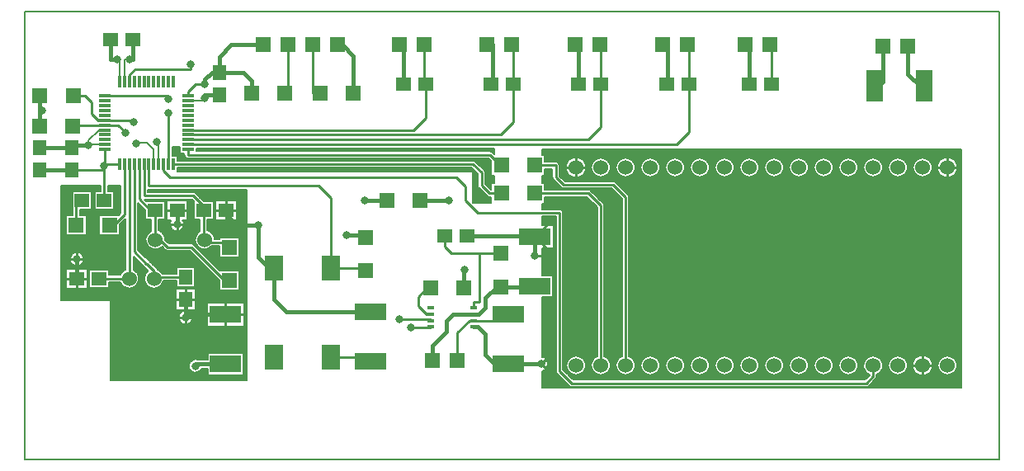
<source format=gbr>
%FSLAX23Y23*%
%MOIN*%
G04 EasyPC Gerber Version 12.0.1 Build 2704 *
%ADD19R,0.01181X0.04724*%
%ADD100R,0.05500X0.06000*%
%ADD103R,0.07000X0.12600*%
%ADD18R,0.07480X0.10236*%
%ADD101R,0.06000X0.06000*%
%ADD99R,0.06300X0.06300*%
%ADD12C,0.00500*%
%ADD21C,0.00787*%
%ADD13C,0.01000*%
%ADD106C,0.01500*%
%ADD105C,0.03189*%
%ADD22C,0.03200*%
%ADD97C,0.06000*%
%ADD70R,0.04724X0.01181*%
%ADD104R,0.03150X0.01575*%
%ADD98R,0.06000X0.05500*%
%ADD102R,0.12600X0.07000*%
X0Y0D02*
D02*
D12*
X3Y3D02*
X3937D01*
Y1811*
X3*
Y3*
X309Y1108D02*
X150D01*
Y646*
X347*
Y321*
X898*
Y1092*
X503*
X498Y1093*
Y1082*
X683*
X688Y1081*
X693Y1078*
X725Y1046*
X764*
Y972*
X739*
Y929*
X748Y925*
X756Y920*
X763Y912*
X767Y903*
X769Y893*
X787*
Y900*
X869*
Y818*
X787*
Y864*
X759*
X750Y857*
X740Y852*
X730Y851*
X719Y852*
X710Y856*
X702Y862*
X696Y871*
X692Y880*
X690Y890*
X691Y900*
X695Y910*
X701Y918*
X710Y924*
Y972*
X685*
Y1045*
X677Y1053*
X485*
X493Y1046*
X567*
Y972*
X542*
Y928*
X551Y924*
X558Y917*
X564Y909*
X568Y900*
X569Y890*
X584Y875*
X674*
X679Y874*
X684Y871*
X789Y766*
X869*
Y684*
X787*
Y726*
X668Y846*
X578*
X573Y847*
X568Y850*
X557Y862*
X549Y856*
X539Y852*
X530Y851*
X519Y852*
X509Y857*
X501Y863*
X495Y872*
X491Y882*
X490Y892*
X492Y903*
X497Y912*
X504Y920*
X513Y926*
Y972*
X488*
Y1010*
X460Y1037*
Y849*
X505Y805*
X537Y774*
X540Y769*
X547Y765*
X553Y759*
X558Y753*
X614*
Y778*
X688*
Y699*
X614*
Y724*
X562*
X559Y714*
X552Y706*
X544Y699*
X534Y695*
X524Y693*
X513Y695*
X503Y699*
X495Y706*
X488Y715*
X485Y726*
X484Y737*
X487Y747*
X492Y757*
X500Y765*
X482Y782*
X482Y782*
X441Y823*
Y769*
X450Y763*
X457Y755*
X461Y745*
X463Y735*
X462Y724*
X459Y714*
X452Y706*
X444Y699*
X434Y695*
X424Y693*
X414Y695*
X406Y698*
X398Y703*
X391Y710*
X387Y718*
X342*
Y696*
X263*
Y770*
X342*
Y747*
X387*
X392Y757*
X399Y764*
X408Y769*
Y976*
X385Y952*
Y908*
X303*
Y990*
X382*
X390Y999*
Y1108*
X338*
Y1086*
X363*
Y1012*
X284*
Y1086*
X309*
Y1108*
X170Y773D02*
X255D01*
Y693*
X170*
Y773*
X184Y812D02*
X186Y820D01*
X190Y828*
X196Y835*
X204Y839*
X213Y840*
X222Y839*
X230Y835*
X236Y828*
X240Y820*
X241Y812*
X240Y803*
X236Y795*
X230Y789*
X222Y785*
X213Y783*
X204Y785*
X196Y789*
X190Y795*
X186Y803*
X184Y812*
X195Y990D02*
Y1012D01*
X194*
Y1086*
X273*
Y1012*
X224*
Y990*
X251*
Y908*
X169*
Y990*
X195*
X593Y969D02*
X575D01*
Y1049*
X660*
Y969*
X640*
X644Y961*
X645Y953*
X644Y944*
X640Y936*
X633Y930*
X625Y926*
X617Y924*
X608Y926*
X600Y930*
X594Y936*
X590Y944*
X588Y953*
X589Y961*
X593Y969*
X611Y606D02*
Y691D01*
X691*
Y606*
X611*
X622Y575D02*
X624Y584D01*
X628Y592*
X634Y598*
X642Y603*
X651Y604*
X660Y603*
X668Y598*
X674Y592*
X678Y584*
X679Y575*
X678Y567*
X674Y559*
X668Y552*
X660Y548*
X651Y547*
X642Y548*
X634Y552*
X628Y559*
X624Y567*
X622Y575*
X704Y404D02*
X741D01*
Y431*
X886*
Y342*
X741*
Y370*
X717*
X712Y363*
X706Y357*
X699Y354*
X690Y353*
X682Y355*
X675Y358*
X669Y364*
X666Y372*
X664Y380*
X666Y388*
X669Y395*
X674Y401*
X681Y405*
X689Y407*
X697Y407*
X704Y404*
X857Y969D02*
X772D01*
Y1049*
X857*
Y969*
X889Y539D02*
X738D01*
Y634*
X889*
Y539*
X347Y322D02*
X898D01*
X347Y325D02*
X898D01*
X347Y328D02*
X898D01*
X347Y331D02*
X898D01*
X347Y334D02*
X898D01*
X347Y337D02*
X898D01*
X347Y340D02*
X898D01*
X347Y343D02*
X741D01*
X886D02*
X898D01*
X347Y346D02*
X741D01*
X886D02*
X898D01*
X347Y349D02*
X741D01*
X886D02*
X898D01*
X347Y352D02*
X741D01*
X886D02*
X898D01*
X347Y355D02*
X680D01*
X703D02*
X741D01*
X886D02*
X898D01*
X347Y358D02*
X675D01*
X708D02*
X741D01*
X886D02*
X898D01*
X347Y361D02*
X672D01*
X711D02*
X741D01*
X886D02*
X898D01*
X347Y364D02*
X669D01*
X714D02*
X741D01*
X886D02*
X898D01*
X347Y367D02*
X668D01*
X715D02*
X741D01*
X886D02*
X898D01*
X347Y370D02*
X666D01*
X886D02*
X898D01*
X347Y373D02*
X665D01*
X886D02*
X898D01*
X347Y376D02*
X665D01*
X886D02*
X898D01*
X347Y379D02*
X664D01*
X886D02*
X898D01*
X347Y382D02*
X665D01*
X886D02*
X898D01*
X347Y385D02*
X665D01*
X886D02*
X898D01*
X347Y388D02*
X666D01*
X886D02*
X898D01*
X347Y391D02*
X667D01*
X886D02*
X898D01*
X347Y394D02*
X669D01*
X886D02*
X898D01*
X347Y397D02*
X671D01*
X886D02*
X898D01*
X347Y400D02*
X674D01*
X886D02*
X898D01*
X347Y403D02*
X678D01*
X886D02*
X898D01*
X347Y406D02*
X685D01*
X698D02*
X741D01*
X886D02*
X898D01*
X347Y409D02*
X741D01*
X886D02*
X898D01*
X347Y412D02*
X741D01*
X886D02*
X898D01*
X347Y415D02*
X741D01*
X886D02*
X898D01*
X347Y418D02*
X741D01*
X886D02*
X898D01*
X347Y421D02*
X741D01*
X886D02*
X898D01*
X347Y424D02*
X741D01*
X886D02*
X898D01*
X347Y427D02*
X741D01*
X886D02*
X898D01*
X347Y430D02*
X741D01*
X886D02*
X898D01*
X347Y433D02*
X898D01*
X347Y436D02*
X898D01*
X347Y439D02*
X898D01*
X347Y442D02*
X898D01*
X347Y445D02*
X898D01*
X347Y448D02*
X898D01*
X347Y451D02*
X898D01*
X347Y454D02*
X898D01*
X347Y457D02*
X898D01*
X347Y460D02*
X898D01*
X347Y463D02*
X898D01*
X347Y466D02*
X898D01*
X347Y469D02*
X898D01*
X347Y472D02*
X898D01*
X347Y475D02*
X898D01*
X347Y478D02*
X898D01*
X347Y481D02*
X898D01*
X347Y484D02*
X898D01*
X347Y487D02*
X898D01*
X347Y490D02*
X898D01*
X347Y493D02*
X898D01*
X347Y496D02*
X898D01*
X347Y499D02*
X898D01*
X347Y502D02*
X898D01*
X347Y505D02*
X898D01*
X347Y508D02*
X898D01*
X347Y511D02*
X898D01*
X347Y514D02*
X898D01*
X347Y517D02*
X898D01*
X347Y520D02*
X898D01*
X347Y523D02*
X898D01*
X347Y526D02*
X898D01*
X347Y529D02*
X898D01*
X347Y532D02*
X898D01*
X347Y535D02*
X898D01*
X347Y538D02*
X898D01*
X347Y541D02*
X738D01*
X889D02*
X898D01*
X347Y544D02*
X738D01*
X889D02*
X898D01*
X347Y547D02*
X647D01*
X655D02*
X738D01*
X889D02*
X898D01*
X347Y550D02*
X638D01*
X664D02*
X738D01*
X889D02*
X898D01*
X347Y553D02*
X633D01*
X669D02*
X738D01*
X889D02*
X898D01*
X347Y556D02*
X630D01*
X672D02*
X738D01*
X889D02*
X898D01*
X347Y559D02*
X627D01*
X674D02*
X738D01*
X889D02*
X898D01*
X347Y562D02*
X626D01*
X676D02*
X738D01*
X889D02*
X898D01*
X347Y565D02*
X624D01*
X678D02*
X738D01*
X889D02*
X898D01*
X347Y568D02*
X623D01*
X678D02*
X738D01*
X889D02*
X898D01*
X347Y571D02*
X623D01*
X679D02*
X738D01*
X889D02*
X898D01*
X347Y574D02*
X623D01*
X679D02*
X738D01*
X889D02*
X898D01*
X347Y577D02*
X623D01*
X679D02*
X738D01*
X889D02*
X898D01*
X347Y580D02*
X623D01*
X679D02*
X738D01*
X889D02*
X898D01*
X347Y583D02*
X624D01*
X678D02*
X738D01*
X889D02*
X898D01*
X347Y586D02*
X625D01*
X677D02*
X738D01*
X889D02*
X898D01*
X347Y589D02*
X626D01*
X676D02*
X738D01*
X889D02*
X898D01*
X347Y592D02*
X628D01*
X674D02*
X738D01*
X889D02*
X898D01*
X347Y595D02*
X631D01*
X671D02*
X738D01*
X889D02*
X898D01*
X347Y598D02*
X634D01*
X668D02*
X738D01*
X889D02*
X898D01*
X347Y601D02*
X639D01*
X663D02*
X738D01*
X889D02*
X898D01*
X347Y604D02*
X738D01*
X889D02*
X898D01*
X347Y607D02*
X611D01*
X691D02*
X738D01*
X889D02*
X898D01*
X347Y610D02*
X611D01*
X691D02*
X738D01*
X889D02*
X898D01*
X347Y613D02*
X611D01*
X691D02*
X738D01*
X889D02*
X898D01*
X347Y616D02*
X611D01*
X691D02*
X738D01*
X889D02*
X898D01*
X347Y619D02*
X611D01*
X691D02*
X738D01*
X889D02*
X898D01*
X347Y622D02*
X611D01*
X691D02*
X738D01*
X889D02*
X898D01*
X347Y625D02*
X611D01*
X691D02*
X738D01*
X889D02*
X898D01*
X347Y628D02*
X611D01*
X691D02*
X738D01*
X889D02*
X898D01*
X347Y631D02*
X611D01*
X691D02*
X738D01*
X889D02*
X898D01*
X347Y634D02*
X611D01*
X691D02*
X738D01*
X889D02*
X898D01*
X347Y637D02*
X611D01*
X691D02*
X898D01*
X347Y640D02*
X611D01*
X691D02*
X898D01*
X347Y643D02*
X611D01*
X691D02*
X898D01*
X150Y646D02*
X611D01*
X691D02*
X898D01*
X150Y649D02*
X611D01*
X691D02*
X898D01*
X150Y652D02*
X611D01*
X691D02*
X898D01*
X150Y655D02*
X611D01*
X691D02*
X898D01*
X150Y658D02*
X611D01*
X691D02*
X898D01*
X150Y661D02*
X611D01*
X691D02*
X898D01*
X150Y664D02*
X611D01*
X691D02*
X898D01*
X150Y667D02*
X611D01*
X691D02*
X898D01*
X150Y670D02*
X611D01*
X691D02*
X898D01*
X150Y673D02*
X611D01*
X691D02*
X898D01*
X150Y676D02*
X611D01*
X691D02*
X898D01*
X150Y679D02*
X611D01*
X691D02*
X898D01*
X150Y682D02*
X611D01*
X691D02*
X898D01*
X150Y685D02*
X611D01*
X691D02*
X787D01*
X869D02*
X898D01*
X150Y688D02*
X611D01*
X691D02*
X787D01*
X869D02*
X898D01*
X150Y691D02*
X787D01*
X869D02*
X898D01*
X150Y694D02*
X170D01*
X255D02*
X415D01*
X432D02*
X515D01*
X532D02*
X787D01*
X869D02*
X898D01*
X150Y697D02*
X170D01*
X255D02*
X263D01*
X342D02*
X407D01*
X441D02*
X507D01*
X541D02*
X787D01*
X869D02*
X898D01*
X150Y700D02*
X170D01*
X255D02*
X263D01*
X342D02*
X401D01*
X446D02*
X501D01*
X546D02*
X614D01*
X688D02*
X787D01*
X869D02*
X898D01*
X150Y703D02*
X170D01*
X255D02*
X263D01*
X342D02*
X398D01*
X450D02*
X498D01*
X550D02*
X614D01*
X688D02*
X787D01*
X869D02*
X898D01*
X150Y706D02*
X170D01*
X255D02*
X263D01*
X342D02*
X395D01*
X453D02*
X495D01*
X553D02*
X614D01*
X688D02*
X787D01*
X869D02*
X898D01*
X150Y709D02*
X170D01*
X255D02*
X263D01*
X342D02*
X392D01*
X455D02*
X492D01*
X555D02*
X614D01*
X688D02*
X787D01*
X869D02*
X898D01*
X150Y712D02*
X170D01*
X255D02*
X263D01*
X342D02*
X390D01*
X457D02*
X490D01*
X557D02*
X614D01*
X688D02*
X787D01*
X869D02*
X898D01*
X150Y715D02*
X170D01*
X255D02*
X263D01*
X342D02*
X388D01*
X459D02*
X488D01*
X559D02*
X614D01*
X688D02*
X787D01*
X869D02*
X898D01*
X150Y718D02*
X170D01*
X255D02*
X263D01*
X342D02*
X387D01*
X460D02*
X487D01*
X560D02*
X614D01*
X688D02*
X787D01*
X869D02*
X898D01*
X150Y721D02*
X170D01*
X255D02*
X263D01*
X462D02*
X486D01*
X562D02*
X614D01*
X688D02*
X787D01*
X869D02*
X898D01*
X150Y724D02*
X170D01*
X255D02*
X263D01*
X462D02*
X485D01*
X688D02*
X787D01*
X869D02*
X898D01*
X150Y727D02*
X170D01*
X255D02*
X263D01*
X463D02*
X485D01*
X688D02*
X786D01*
X869D02*
X898D01*
X150Y730D02*
X170D01*
X255D02*
X263D01*
X463D02*
X484D01*
X688D02*
X783D01*
X869D02*
X898D01*
X150Y733D02*
X170D01*
X255D02*
X263D01*
X463D02*
X484D01*
X688D02*
X780D01*
X869D02*
X898D01*
X150Y736D02*
X170D01*
X255D02*
X263D01*
X463D02*
X484D01*
X688D02*
X777D01*
X869D02*
X898D01*
X150Y739D02*
X170D01*
X255D02*
X263D01*
X463D02*
X485D01*
X688D02*
X774D01*
X869D02*
X898D01*
X150Y742D02*
X170D01*
X255D02*
X263D01*
X462D02*
X485D01*
X688D02*
X771D01*
X869D02*
X898D01*
X150Y745D02*
X170D01*
X255D02*
X263D01*
X461D02*
X486D01*
X688D02*
X768D01*
X869D02*
X898D01*
X150Y748D02*
X170D01*
X255D02*
X263D01*
X342D02*
X387D01*
X460D02*
X487D01*
X688D02*
X765D01*
X869D02*
X898D01*
X150Y751D02*
X170D01*
X255D02*
X263D01*
X342D02*
X389D01*
X459D02*
X489D01*
X688D02*
X762D01*
X869D02*
X898D01*
X150Y754D02*
X170D01*
X255D02*
X263D01*
X342D02*
X391D01*
X457D02*
X491D01*
X557D02*
X614D01*
X688D02*
X759D01*
X869D02*
X898D01*
X150Y757D02*
X170D01*
X255D02*
X263D01*
X342D02*
X393D01*
X455D02*
X493D01*
X555D02*
X614D01*
X688D02*
X756D01*
X869D02*
X898D01*
X150Y760D02*
X170D01*
X255D02*
X263D01*
X342D02*
X395D01*
X452D02*
X495D01*
X552D02*
X614D01*
X688D02*
X753D01*
X869D02*
X898D01*
X150Y763D02*
X170D01*
X255D02*
X263D01*
X342D02*
X399D01*
X449D02*
X499D01*
X549D02*
X614D01*
X688D02*
X750D01*
X869D02*
X898D01*
X150Y766D02*
X170D01*
X255D02*
X263D01*
X342D02*
X403D01*
X445D02*
X498D01*
X545D02*
X614D01*
X688D02*
X747D01*
X788D02*
X898D01*
X150Y769D02*
X170D01*
X255D02*
X263D01*
X342D02*
X408D01*
X441D02*
X495D01*
X540D02*
X614D01*
X688D02*
X744D01*
X785D02*
X898D01*
X150Y772D02*
X170D01*
X255D02*
X408D01*
X441D02*
X492D01*
X538D02*
X614D01*
X688D02*
X741D01*
X782D02*
X898D01*
X150Y775D02*
X408D01*
X441D02*
X489D01*
X535D02*
X614D01*
X688D02*
X738D01*
X779D02*
X898D01*
X150Y778D02*
X408D01*
X441D02*
X486D01*
X532D02*
X735D01*
X776D02*
X898D01*
X150Y781D02*
X408D01*
X441D02*
X483D01*
X529D02*
X732D01*
X773D02*
X898D01*
X150Y784D02*
X205D01*
X221D02*
X408D01*
X441D02*
X480D01*
X526D02*
X729D01*
X770D02*
X898D01*
X150Y787D02*
X198D01*
X228D02*
X408D01*
X441D02*
X477D01*
X523D02*
X726D01*
X767D02*
X898D01*
X150Y790D02*
X194D01*
X232D02*
X408D01*
X441D02*
X474D01*
X520D02*
X723D01*
X764D02*
X898D01*
X150Y793D02*
X191D01*
X235D02*
X408D01*
X441D02*
X471D01*
X517D02*
X720D01*
X761D02*
X898D01*
X150Y796D02*
X189D01*
X237D02*
X408D01*
X441D02*
X468D01*
X514D02*
X717D01*
X758D02*
X898D01*
X150Y799D02*
X187D01*
X239D02*
X408D01*
X441D02*
X465D01*
X510D02*
X714D01*
X755D02*
X898D01*
X150Y802D02*
X186D01*
X240D02*
X408D01*
X441D02*
X462D01*
X507D02*
X711D01*
X752D02*
X898D01*
X150Y805D02*
X185D01*
X241D02*
X408D01*
X441D02*
X459D01*
X504D02*
X708D01*
X749D02*
X898D01*
X150Y808D02*
X185D01*
X241D02*
X408D01*
X441D02*
X456D01*
X501D02*
X705D01*
X746D02*
X898D01*
X150Y811D02*
X184D01*
X241D02*
X408D01*
X441D02*
X453D01*
X498D02*
X702D01*
X743D02*
X898D01*
X150Y814D02*
X185D01*
X241D02*
X408D01*
X441D02*
X450D01*
X495D02*
X699D01*
X740D02*
X898D01*
X150Y817D02*
X185D01*
X241D02*
X408D01*
X441D02*
X447D01*
X492D02*
X696D01*
X737D02*
X898D01*
X150Y820D02*
X186D01*
X240D02*
X408D01*
X441D02*
X444D01*
X489D02*
X693D01*
X734D02*
X787D01*
X869D02*
X898D01*
X150Y823D02*
X187D01*
X239D02*
X408D01*
X441D02*
X441D01*
X486D02*
X690D01*
X731D02*
X787D01*
X869D02*
X898D01*
X150Y826D02*
X189D01*
X237D02*
X408D01*
X483D02*
X687D01*
X728D02*
X787D01*
X869D02*
X898D01*
X150Y829D02*
X191D01*
X235D02*
X408D01*
X480D02*
X684D01*
X725D02*
X787D01*
X869D02*
X898D01*
X150Y832D02*
X193D01*
X232D02*
X408D01*
X477D02*
X681D01*
X722D02*
X787D01*
X869D02*
X898D01*
X150Y835D02*
X197D01*
X229D02*
X408D01*
X474D02*
X678D01*
X719D02*
X787D01*
X869D02*
X898D01*
X150Y838D02*
X203D01*
X223D02*
X408D01*
X471D02*
X675D01*
X716D02*
X787D01*
X869D02*
X898D01*
X150Y841D02*
X408D01*
X468D02*
X672D01*
X713D02*
X787D01*
X869D02*
X898D01*
X150Y844D02*
X408D01*
X465D02*
X669D01*
X710D02*
X787D01*
X869D02*
X898D01*
X150Y847D02*
X408D01*
X462D02*
X572D01*
X707D02*
X787D01*
X869D02*
X898D01*
X150Y850D02*
X408D01*
X460D02*
X568D01*
X704D02*
X787D01*
X869D02*
X898D01*
X150Y853D02*
X408D01*
X460D02*
X516D01*
X543D02*
X565D01*
X701D02*
X716D01*
X743D02*
X787D01*
X869D02*
X898D01*
X150Y856D02*
X408D01*
X460D02*
X510D01*
X550D02*
X562D01*
X698D02*
X710D01*
X750D02*
X787D01*
X869D02*
X898D01*
X150Y859D02*
X408D01*
X460D02*
X505D01*
X554D02*
X559D01*
X695D02*
X705D01*
X754D02*
X787D01*
X869D02*
X898D01*
X150Y862D02*
X408D01*
X460D02*
X502D01*
X692D02*
X702D01*
X757D02*
X787D01*
X869D02*
X898D01*
X150Y865D02*
X408D01*
X460D02*
X499D01*
X689D02*
X699D01*
X869D02*
X898D01*
X150Y868D02*
X408D01*
X460D02*
X497D01*
X686D02*
X697D01*
X869D02*
X898D01*
X150Y871D02*
X408D01*
X460D02*
X495D01*
X683D02*
X695D01*
X869D02*
X898D01*
X150Y874D02*
X408D01*
X460D02*
X494D01*
X677D02*
X694D01*
X869D02*
X898D01*
X150Y877D02*
X408D01*
X460D02*
X492D01*
X582D02*
X692D01*
X869D02*
X898D01*
X150Y880D02*
X408D01*
X460D02*
X491D01*
X579D02*
X691D01*
X869D02*
X898D01*
X150Y883D02*
X408D01*
X460D02*
X491D01*
X576D02*
X691D01*
X869D02*
X898D01*
X150Y886D02*
X408D01*
X460D02*
X490D01*
X573D02*
X690D01*
X869D02*
X898D01*
X150Y889D02*
X408D01*
X460D02*
X490D01*
X570D02*
X690D01*
X869D02*
X898D01*
X150Y892D02*
X408D01*
X460D02*
X490D01*
X569D02*
X690D01*
X869D02*
X898D01*
X150Y895D02*
X408D01*
X460D02*
X490D01*
X569D02*
X690D01*
X769D02*
X787D01*
X869D02*
X898D01*
X150Y898D02*
X408D01*
X460D02*
X491D01*
X568D02*
X691D01*
X768D02*
X787D01*
X869D02*
X898D01*
X150Y901D02*
X408D01*
X460D02*
X492D01*
X568D02*
X692D01*
X768D02*
X898D01*
X150Y904D02*
X408D01*
X460D02*
X493D01*
X567D02*
X693D01*
X767D02*
X898D01*
X150Y907D02*
X408D01*
X460D02*
X494D01*
X565D02*
X694D01*
X765D02*
X898D01*
X150Y910D02*
X169D01*
X251D02*
X303D01*
X385D02*
X408D01*
X460D02*
X496D01*
X564D02*
X696D01*
X764D02*
X898D01*
X150Y913D02*
X169D01*
X251D02*
X303D01*
X385D02*
X408D01*
X460D02*
X497D01*
X562D02*
X697D01*
X762D02*
X898D01*
X150Y916D02*
X169D01*
X251D02*
X303D01*
X385D02*
X408D01*
X460D02*
X500D01*
X559D02*
X700D01*
X759D02*
X898D01*
X150Y919D02*
X169D01*
X251D02*
X303D01*
X385D02*
X408D01*
X460D02*
X503D01*
X557D02*
X703D01*
X757D02*
X898D01*
X150Y922D02*
X169D01*
X251D02*
X303D01*
X385D02*
X408D01*
X460D02*
X506D01*
X553D02*
X706D01*
X753D02*
X898D01*
X150Y925D02*
X169D01*
X251D02*
X303D01*
X385D02*
X408D01*
X460D02*
X511D01*
X548D02*
X609D01*
X624D02*
X710D01*
X748D02*
X898D01*
X150Y928D02*
X169D01*
X251D02*
X303D01*
X385D02*
X408D01*
X460D02*
X513D01*
X542D02*
X602D01*
X631D02*
X710D01*
X741D02*
X898D01*
X150Y931D02*
X169D01*
X251D02*
X303D01*
X385D02*
X408D01*
X460D02*
X513D01*
X542D02*
X598D01*
X635D02*
X710D01*
X739D02*
X898D01*
X150Y934D02*
X169D01*
X251D02*
X303D01*
X385D02*
X408D01*
X460D02*
X513D01*
X542D02*
X595D01*
X638D02*
X710D01*
X739D02*
X898D01*
X150Y937D02*
X169D01*
X251D02*
X303D01*
X385D02*
X408D01*
X460D02*
X513D01*
X542D02*
X593D01*
X641D02*
X710D01*
X739D02*
X898D01*
X150Y940D02*
X169D01*
X251D02*
X303D01*
X385D02*
X408D01*
X460D02*
X513D01*
X542D02*
X591D01*
X642D02*
X710D01*
X739D02*
X898D01*
X150Y943D02*
X169D01*
X251D02*
X303D01*
X385D02*
X408D01*
X460D02*
X513D01*
X542D02*
X590D01*
X643D02*
X710D01*
X739D02*
X898D01*
X150Y946D02*
X169D01*
X251D02*
X303D01*
X385D02*
X408D01*
X460D02*
X513D01*
X542D02*
X589D01*
X644D02*
X710D01*
X739D02*
X898D01*
X150Y949D02*
X169D01*
X251D02*
X303D01*
X385D02*
X408D01*
X460D02*
X513D01*
X542D02*
X588D01*
X645D02*
X710D01*
X739D02*
X898D01*
X150Y952D02*
X169D01*
X251D02*
X303D01*
X385D02*
X408D01*
X460D02*
X513D01*
X542D02*
X588D01*
X645D02*
X710D01*
X739D02*
X898D01*
X150Y955D02*
X169D01*
X251D02*
X303D01*
X388D02*
X408D01*
X460D02*
X513D01*
X542D02*
X588D01*
X645D02*
X710D01*
X739D02*
X898D01*
X150Y958D02*
X169D01*
X251D02*
X303D01*
X391D02*
X408D01*
X460D02*
X513D01*
X542D02*
X589D01*
X645D02*
X710D01*
X739D02*
X898D01*
X150Y961D02*
X169D01*
X251D02*
X303D01*
X394D02*
X408D01*
X460D02*
X513D01*
X542D02*
X590D01*
X644D02*
X710D01*
X739D02*
X898D01*
X150Y964D02*
X169D01*
X251D02*
X303D01*
X397D02*
X408D01*
X460D02*
X513D01*
X542D02*
X591D01*
X643D02*
X710D01*
X739D02*
X898D01*
X150Y967D02*
X169D01*
X251D02*
X303D01*
X400D02*
X408D01*
X460D02*
X513D01*
X542D02*
X592D01*
X641D02*
X710D01*
X739D02*
X898D01*
X150Y970D02*
X169D01*
X251D02*
X303D01*
X403D02*
X408D01*
X460D02*
X513D01*
X542D02*
X575D01*
X660D02*
X710D01*
X739D02*
X772D01*
X857D02*
X898D01*
X150Y973D02*
X169D01*
X251D02*
X303D01*
X406D02*
X408D01*
X460D02*
X488D01*
X567D02*
X575D01*
X660D02*
X685D01*
X764D02*
X772D01*
X857D02*
X898D01*
X150Y976D02*
X169D01*
X251D02*
X303D01*
X460D02*
X488D01*
X567D02*
X575D01*
X660D02*
X685D01*
X764D02*
X772D01*
X857D02*
X898D01*
X150Y979D02*
X169D01*
X251D02*
X303D01*
X460D02*
X488D01*
X567D02*
X575D01*
X660D02*
X685D01*
X764D02*
X772D01*
X857D02*
X898D01*
X150Y982D02*
X169D01*
X251D02*
X303D01*
X460D02*
X488D01*
X567D02*
X575D01*
X660D02*
X685D01*
X764D02*
X772D01*
X857D02*
X898D01*
X150Y985D02*
X169D01*
X251D02*
X303D01*
X460D02*
X488D01*
X567D02*
X575D01*
X660D02*
X685D01*
X764D02*
X772D01*
X857D02*
X898D01*
X150Y988D02*
X169D01*
X251D02*
X303D01*
X460D02*
X488D01*
X567D02*
X575D01*
X660D02*
X685D01*
X764D02*
X772D01*
X857D02*
X898D01*
X150Y991D02*
X195D01*
X224D02*
X383D01*
X460D02*
X488D01*
X567D02*
X575D01*
X660D02*
X685D01*
X764D02*
X772D01*
X857D02*
X898D01*
X150Y994D02*
X195D01*
X224D02*
X386D01*
X460D02*
X488D01*
X567D02*
X575D01*
X660D02*
X685D01*
X764D02*
X772D01*
X857D02*
X898D01*
X150Y997D02*
X195D01*
X224D02*
X389D01*
X460D02*
X488D01*
X567D02*
X575D01*
X660D02*
X685D01*
X764D02*
X772D01*
X857D02*
X898D01*
X150Y1000D02*
X195D01*
X224D02*
X390D01*
X460D02*
X488D01*
X567D02*
X575D01*
X660D02*
X685D01*
X764D02*
X772D01*
X857D02*
X898D01*
X150Y1003D02*
X195D01*
X224D02*
X390D01*
X460D02*
X488D01*
X567D02*
X575D01*
X660D02*
X685D01*
X764D02*
X772D01*
X857D02*
X898D01*
X150Y1006D02*
X195D01*
X224D02*
X390D01*
X460D02*
X488D01*
X567D02*
X575D01*
X660D02*
X685D01*
X764D02*
X772D01*
X857D02*
X898D01*
X150Y1009D02*
X195D01*
X224D02*
X390D01*
X460D02*
X488D01*
X567D02*
X575D01*
X660D02*
X685D01*
X764D02*
X772D01*
X857D02*
X898D01*
X150Y1012D02*
X194D01*
X273D02*
X284D01*
X363D02*
X390D01*
X460D02*
X485D01*
X567D02*
X575D01*
X660D02*
X685D01*
X764D02*
X772D01*
X857D02*
X898D01*
X150Y1015D02*
X194D01*
X273D02*
X284D01*
X363D02*
X390D01*
X460D02*
X482D01*
X567D02*
X575D01*
X660D02*
X685D01*
X764D02*
X772D01*
X857D02*
X898D01*
X150Y1018D02*
X194D01*
X273D02*
X284D01*
X363D02*
X390D01*
X460D02*
X479D01*
X567D02*
X575D01*
X660D02*
X685D01*
X764D02*
X772D01*
X857D02*
X898D01*
X150Y1021D02*
X194D01*
X273D02*
X284D01*
X363D02*
X390D01*
X460D02*
X476D01*
X567D02*
X575D01*
X660D02*
X685D01*
X764D02*
X772D01*
X857D02*
X898D01*
X150Y1024D02*
X194D01*
X273D02*
X284D01*
X363D02*
X390D01*
X460D02*
X473D01*
X567D02*
X575D01*
X660D02*
X685D01*
X764D02*
X772D01*
X857D02*
X898D01*
X150Y1027D02*
X194D01*
X273D02*
X284D01*
X363D02*
X390D01*
X460D02*
X470D01*
X567D02*
X575D01*
X660D02*
X685D01*
X764D02*
X772D01*
X857D02*
X898D01*
X150Y1030D02*
X194D01*
X273D02*
X284D01*
X363D02*
X390D01*
X460D02*
X467D01*
X567D02*
X575D01*
X660D02*
X685D01*
X764D02*
X772D01*
X857D02*
X898D01*
X150Y1033D02*
X194D01*
X273D02*
X284D01*
X363D02*
X390D01*
X460D02*
X464D01*
X567D02*
X575D01*
X660D02*
X685D01*
X764D02*
X772D01*
X857D02*
X898D01*
X150Y1036D02*
X194D01*
X273D02*
X284D01*
X363D02*
X390D01*
X460D02*
X461D01*
X567D02*
X575D01*
X660D02*
X685D01*
X764D02*
X772D01*
X857D02*
X898D01*
X150Y1039D02*
X194D01*
X273D02*
X284D01*
X363D02*
X390D01*
X567D02*
X575D01*
X660D02*
X685D01*
X764D02*
X772D01*
X857D02*
X898D01*
X150Y1042D02*
X194D01*
X273D02*
X284D01*
X363D02*
X390D01*
X567D02*
X575D01*
X660D02*
X685D01*
X764D02*
X772D01*
X857D02*
X898D01*
X150Y1045D02*
X194D01*
X273D02*
X284D01*
X363D02*
X390D01*
X567D02*
X575D01*
X660D02*
X684D01*
X764D02*
X772D01*
X857D02*
X898D01*
X150Y1048D02*
X194D01*
X273D02*
X284D01*
X363D02*
X390D01*
X490D02*
X575D01*
X660D02*
X681D01*
X722D02*
X772D01*
X857D02*
X898D01*
X150Y1051D02*
X194D01*
X273D02*
X284D01*
X363D02*
X390D01*
X487D02*
X678D01*
X719D02*
X898D01*
X150Y1054D02*
X194D01*
X273D02*
X284D01*
X363D02*
X390D01*
X716D02*
X898D01*
X150Y1057D02*
X194D01*
X273D02*
X284D01*
X363D02*
X390D01*
X713D02*
X898D01*
X150Y1060D02*
X194D01*
X273D02*
X284D01*
X363D02*
X390D01*
X710D02*
X898D01*
X150Y1063D02*
X194D01*
X273D02*
X284D01*
X363D02*
X390D01*
X707D02*
X898D01*
X150Y1066D02*
X194D01*
X273D02*
X284D01*
X363D02*
X390D01*
X704D02*
X898D01*
X150Y1069D02*
X194D01*
X273D02*
X284D01*
X363D02*
X390D01*
X701D02*
X898D01*
X150Y1072D02*
X194D01*
X273D02*
X284D01*
X363D02*
X390D01*
X698D02*
X898D01*
X150Y1075D02*
X194D01*
X273D02*
X284D01*
X363D02*
X390D01*
X695D02*
X898D01*
X150Y1078D02*
X194D01*
X273D02*
X284D01*
X363D02*
X390D01*
X692D02*
X898D01*
X150Y1081D02*
X194D01*
X273D02*
X284D01*
X363D02*
X390D01*
X687D02*
X898D01*
X150Y1084D02*
X194D01*
X273D02*
X284D01*
X363D02*
X390D01*
X498D02*
X898D01*
X150Y1087D02*
X309D01*
X338D02*
X390D01*
X498D02*
X898D01*
X150Y1090D02*
X309D01*
X338D02*
X390D01*
X498D02*
X898D01*
X150Y1093D02*
X309D01*
X338D02*
X390D01*
X498D02*
X498D01*
X150Y1096D02*
X309D01*
X338D02*
X390D01*
X150Y1099D02*
X309D01*
X338D02*
X390D01*
X150Y1102D02*
X309D01*
X338D02*
X390D01*
X150Y1105D02*
X309D01*
X338D02*
X390D01*
X600Y1229D02*
X617D01*
Y1210*
X1812*
X1818Y1209*
X1823Y1206*
X1857Y1171*
X1860Y1167*
X1861Y1161*
Y1115*
X1884Y1092*
X1886*
Y1118*
X1900*
Y1150*
X1886*
Y1207*
X1875Y1218*
X661*
X655Y1219*
X651Y1222*
X647Y1227*
X646Y1232*
Y1239*
X628*
Y1266*
X599*
X600Y1229*
X1883Y1094D02*
X1886D01*
X1880Y1097D02*
X1886D01*
X1877Y1100D02*
X1886D01*
X1874Y1103D02*
X1886D01*
X1871Y1106D02*
X1886D01*
X1868Y1109D02*
X1886D01*
X1865Y1112D02*
X1886D01*
X1862Y1115D02*
X1886D01*
X1861Y1118D02*
X1886D01*
X1861Y1121D02*
X1900D01*
X1861Y1124D02*
X1900D01*
X1861Y1127D02*
X1900D01*
X1861Y1130D02*
X1900D01*
X1861Y1133D02*
X1900D01*
X1861Y1136D02*
X1900D01*
X1861Y1139D02*
X1900D01*
X1861Y1142D02*
X1900D01*
X1861Y1145D02*
X1900D01*
X1861Y1148D02*
X1900D01*
X1861Y1151D02*
X1886D01*
X1861Y1154D02*
X1886D01*
X1861Y1157D02*
X1886D01*
X1861Y1160D02*
X1886D01*
X1861Y1163D02*
X1886D01*
X1861Y1166D02*
X1886D01*
X1859Y1169D02*
X1886D01*
X1857Y1172D02*
X1886D01*
X1854Y1175D02*
X1886D01*
X1851Y1178D02*
X1886D01*
X1848Y1181D02*
X1886D01*
X1845Y1184D02*
X1886D01*
X1842Y1187D02*
X1886D01*
X1839Y1190D02*
X1886D01*
X1836Y1193D02*
X1886D01*
X1833Y1196D02*
X1886D01*
X1830Y1199D02*
X1886D01*
X1827Y1202D02*
X1886D01*
X1824Y1205D02*
X1886D01*
X1820Y1208D02*
X1885D01*
X617Y1211D02*
X1882D01*
X617Y1214D02*
X1879D01*
X617Y1217D02*
X1876D01*
X617Y1220D02*
X654D01*
X617Y1223D02*
X650D01*
X617Y1226D02*
X648D01*
X600Y1229D02*
X647D01*
X600Y1232D02*
X646D01*
X600Y1235D02*
X646D01*
X600Y1238D02*
X646D01*
X599Y1241D02*
X628D01*
X599Y1244D02*
X628D01*
X599Y1247D02*
X628D01*
X599Y1250D02*
X628D01*
X599Y1253D02*
X628D01*
X599Y1256D02*
X628D01*
X599Y1259D02*
X628D01*
X599Y1262D02*
X628D01*
X599Y1265D02*
X628D01*
X617Y1165D02*
X1812D01*
Y1040*
X1815Y1037*
X1886*
Y1063*
X1878*
X1873Y1064*
X1868Y1067*
X1837Y1099*
X1833Y1103*
X1832Y1109*
Y1155*
X1806Y1181*
X617*
Y1165*
X1813Y1039D02*
X1886D01*
X1812Y1042D02*
X1886D01*
X1812Y1045D02*
X1886D01*
X1812Y1048D02*
X1886D01*
X1812Y1051D02*
X1886D01*
X1812Y1054D02*
X1886D01*
X1812Y1057D02*
X1886D01*
X1812Y1060D02*
X1886D01*
X1812Y1063D02*
X1875D01*
X1812Y1066D02*
X1869D01*
X1812Y1069D02*
X1866D01*
X1812Y1072D02*
X1863D01*
X1812Y1075D02*
X1860D01*
X1812Y1078D02*
X1857D01*
X1812Y1081D02*
X1854D01*
X1812Y1084D02*
X1851D01*
X1812Y1087D02*
X1848D01*
X1812Y1090D02*
X1845D01*
X1812Y1093D02*
X1842D01*
X1812Y1096D02*
X1839D01*
X1812Y1099D02*
X1836D01*
X1812Y1102D02*
X1834D01*
X1812Y1105D02*
X1833D01*
X1812Y1108D02*
X1832D01*
X1812Y1111D02*
X1832D01*
X1812Y1114D02*
X1832D01*
X1812Y1117D02*
X1832D01*
X1812Y1120D02*
X1832D01*
X1812Y1123D02*
X1832D01*
X1812Y1126D02*
X1832D01*
X1812Y1129D02*
X1832D01*
X1812Y1132D02*
X1832D01*
X1812Y1135D02*
X1832D01*
X1812Y1138D02*
X1832D01*
X1812Y1141D02*
X1832D01*
X1812Y1144D02*
X1832D01*
X1812Y1147D02*
X1832D01*
X1812Y1150D02*
X1832D01*
X1812Y1153D02*
X1832D01*
X1812Y1156D02*
X1831D01*
X1812Y1159D02*
X1828D01*
X1812Y1162D02*
X1825D01*
X617Y1165D02*
X1822D01*
X617Y1168D02*
X1819D01*
X617Y1171D02*
X1816D01*
X617Y1174D02*
X1813D01*
X617Y1177D02*
X1810D01*
X617Y1180D02*
X1807D01*
X1900Y1234D02*
Y1260D01*
X694*
Y1247*
X1881*
X1887Y1246*
X1891Y1243*
X1900Y1234*
X1897Y1237D02*
X1900D01*
X1894Y1240D02*
X1900D01*
X1891Y1243D02*
X1900D01*
X1886Y1246D02*
X1900D01*
X694Y1249D02*
X1900D01*
X694Y1252D02*
X1900D01*
X694Y1255D02*
X1900D01*
X694Y1258D02*
X1900D01*
X2093Y360D02*
Y291D01*
X3786*
Y1256*
X2093*
Y1232*
X2102*
Y1205*
X2147*
X2153Y1204*
X2157Y1201*
X2160Y1196*
X2161Y1191*
Y1148*
X2184Y1126*
X2379*
X2384Y1125*
X2389Y1122*
X2439Y1072*
X2442Y1067*
X2443Y1062*
Y419*
X2451Y414*
X2458Y408*
X2464Y400*
X2467Y392*
X2468Y382*
X2467Y372*
X2463Y362*
X2457Y354*
X2448Y348*
X2439Y344*
X2429Y343*
X2418Y344*
X2409Y348*
X2401Y354*
X2394Y362*
X2391Y372*
X2389Y382*
X2390Y392*
X2394Y400*
X2399Y408*
X2406Y414*
X2414Y419*
Y1056*
X2373Y1097*
X2178*
X2172Y1098*
X2167Y1102*
X2137Y1132*
X2134Y1137*
X2132Y1142*
Y1176*
X2102*
Y1150*
X2093*
Y1118*
X2102*
Y1092*
X2279*
X2284Y1091*
X2289Y1088*
X2339Y1038*
X2342Y1033*
X2343Y1027*
Y419*
X2351Y414*
X2358Y408*
X2364Y400*
X2367Y392*
X2368Y382*
X2367Y372*
X2363Y362*
X2357Y354*
X2348Y348*
X2339Y344*
X2329Y343*
X2318Y344*
X2309Y348*
X2301Y354*
X2294Y362*
X2291Y372*
X2289Y382*
X2290Y392*
X2294Y400*
X2299Y408*
X2306Y414*
X2314Y419*
Y1021*
X2273Y1063*
X2102*
Y1036*
X2093*
Y1013*
X2162*
X2167Y1012*
X2172Y1009*
X2175Y1004*
X2176Y999*
Y366*
X2218Y324*
X3395*
X3414Y343*
Y345*
X3406Y350*
X3399Y356*
X3394Y364*
X3390Y373*
X3389Y382*
X3391Y392*
X3394Y402*
X3401Y410*
X3409Y416*
X3418Y420*
X3429Y422*
X3439Y420*
X3448Y416*
X3457Y410*
X3463Y402*
X3467Y392*
X3468Y382*
X3467Y373*
X3464Y364*
X3458Y356*
X3451Y350*
X3443Y345*
Y337*
X3442Y332*
X3439Y327*
X3412Y299*
X3407Y296*
X3401Y295*
X2212*
X2206Y296*
X2202Y299*
X2152Y349*
X2148Y354*
X2147Y360*
Y984*
X2093*
Y949*
X2139*
Y854*
X2093*
Y746*
X2136*
Y657*
X2093*
Y416*
X2101Y414*
X2108Y408*
X2113Y401*
X2116Y393*
Y384*
X2113Y376*
X2108Y369*
X2101Y363*
X2093Y360*
X2186Y1182D02*
X2188Y1193D01*
X2192Y1203*
X2199Y1212*
X2207Y1219*
X2218Y1223*
X2229Y1225*
X2240Y1223*
X2250Y1219*
X2259Y1212*
X2265Y1203*
X2270Y1193*
X2271Y1182*
X2270Y1171*
X2265Y1161*
X2259Y1152*
X2250Y1145*
X2240Y1141*
X2229Y1140*
X2218Y1141*
X2207Y1145*
X2199Y1152*
X2192Y1161*
X2188Y1171*
X2186Y1182*
X2189Y382D02*
X2191Y392D01*
X2194Y402*
X2201Y410*
X2209Y416*
X2218Y420*
X2229Y422*
X2239Y420*
X2248Y416*
X2257Y410*
X2263Y402*
X2267Y392*
X2268Y382*
X2267Y372*
X2263Y362*
X2257Y354*
X2248Y348*
X2239Y344*
X2229Y343*
X2218Y344*
X2209Y348*
X2201Y354*
X2194Y362*
X2191Y372*
X2189Y382*
X2289Y1182D02*
X2291Y1192D01*
X2294Y1202*
X2301Y1210*
X2309Y1216*
X2318Y1220*
X2329Y1222*
X2339Y1220*
X2348Y1216*
X2357Y1210*
X2363Y1202*
X2367Y1192*
X2368Y1182*
X2367Y1172*
X2363Y1162*
X2357Y1154*
X2348Y1148*
X2339Y1144*
X2329Y1143*
X2318Y1144*
X2309Y1148*
X2301Y1154*
X2294Y1162*
X2291Y1172*
X2289Y1182*
X2389D02*
X2391Y1192D01*
X2394Y1202*
X2401Y1210*
X2409Y1216*
X2418Y1220*
X2429Y1222*
X2439Y1220*
X2448Y1216*
X2457Y1210*
X2463Y1202*
X2467Y1192*
X2468Y1182*
X2467Y1172*
X2463Y1162*
X2457Y1154*
X2448Y1148*
X2439Y1144*
X2429Y1143*
X2418Y1144*
X2409Y1148*
X2401Y1154*
X2394Y1162*
X2391Y1172*
X2389Y1182*
X2489Y382D02*
X2491Y392D01*
X2494Y402*
X2501Y410*
X2509Y416*
X2518Y420*
X2529Y422*
X2539Y420*
X2548Y416*
X2557Y410*
X2563Y402*
X2567Y392*
X2568Y382*
X2567Y372*
X2563Y362*
X2557Y354*
X2548Y348*
X2539Y344*
X2529Y343*
X2518Y344*
X2509Y348*
X2501Y354*
X2494Y362*
X2491Y372*
X2489Y382*
Y1182D02*
X2491Y1192D01*
X2494Y1202*
X2501Y1210*
X2509Y1216*
X2518Y1220*
X2529Y1222*
X2539Y1220*
X2548Y1216*
X2557Y1210*
X2563Y1202*
X2567Y1192*
X2568Y1182*
X2567Y1172*
X2563Y1162*
X2557Y1154*
X2548Y1148*
X2539Y1144*
X2529Y1143*
X2518Y1144*
X2509Y1148*
X2501Y1154*
X2494Y1162*
X2491Y1172*
X2489Y1182*
X2589Y382D02*
X2591Y392D01*
X2594Y402*
X2601Y410*
X2609Y416*
X2618Y420*
X2629Y422*
X2639Y420*
X2648Y416*
X2657Y410*
X2663Y402*
X2667Y392*
X2668Y382*
X2667Y372*
X2663Y362*
X2657Y354*
X2648Y348*
X2639Y344*
X2629Y343*
X2618Y344*
X2609Y348*
X2601Y354*
X2594Y362*
X2591Y372*
X2589Y382*
Y1182D02*
X2591Y1192D01*
X2594Y1202*
X2601Y1210*
X2609Y1216*
X2618Y1220*
X2629Y1222*
X2639Y1220*
X2648Y1216*
X2657Y1210*
X2663Y1202*
X2667Y1192*
X2668Y1182*
X2667Y1172*
X2663Y1162*
X2657Y1154*
X2648Y1148*
X2639Y1144*
X2629Y1143*
X2618Y1144*
X2609Y1148*
X2601Y1154*
X2594Y1162*
X2591Y1172*
X2589Y1182*
X2689Y382D02*
X2691Y392D01*
X2694Y402*
X2701Y410*
X2709Y416*
X2718Y420*
X2729Y422*
X2739Y420*
X2748Y416*
X2757Y410*
X2763Y402*
X2767Y392*
X2768Y382*
X2767Y372*
X2763Y362*
X2757Y354*
X2748Y348*
X2739Y344*
X2729Y343*
X2718Y344*
X2709Y348*
X2701Y354*
X2694Y362*
X2691Y372*
X2689Y382*
Y1182D02*
X2691Y1192D01*
X2694Y1202*
X2701Y1210*
X2709Y1216*
X2718Y1220*
X2729Y1222*
X2739Y1220*
X2748Y1216*
X2757Y1210*
X2763Y1202*
X2767Y1192*
X2768Y1182*
X2767Y1172*
X2763Y1162*
X2757Y1154*
X2748Y1148*
X2739Y1144*
X2729Y1143*
X2718Y1144*
X2709Y1148*
X2701Y1154*
X2694Y1162*
X2691Y1172*
X2689Y1182*
X2789Y382D02*
X2791Y392D01*
X2794Y402*
X2801Y410*
X2809Y416*
X2818Y420*
X2829Y422*
X2839Y420*
X2848Y416*
X2857Y410*
X2863Y402*
X2867Y392*
X2868Y382*
X2867Y372*
X2863Y362*
X2857Y354*
X2848Y348*
X2839Y344*
X2829Y343*
X2818Y344*
X2809Y348*
X2801Y354*
X2794Y362*
X2791Y372*
X2789Y382*
Y1182D02*
X2791Y1192D01*
X2794Y1202*
X2801Y1210*
X2809Y1216*
X2818Y1220*
X2829Y1222*
X2839Y1220*
X2848Y1216*
X2857Y1210*
X2863Y1202*
X2867Y1192*
X2868Y1182*
X2867Y1172*
X2863Y1162*
X2857Y1154*
X2848Y1148*
X2839Y1144*
X2829Y1143*
X2818Y1144*
X2809Y1148*
X2801Y1154*
X2794Y1162*
X2791Y1172*
X2789Y1182*
X2889Y382D02*
X2891Y392D01*
X2894Y402*
X2901Y410*
X2909Y416*
X2918Y420*
X2929Y422*
X2939Y420*
X2948Y416*
X2957Y410*
X2963Y402*
X2967Y392*
X2968Y382*
X2967Y372*
X2963Y362*
X2957Y354*
X2948Y348*
X2939Y344*
X2929Y343*
X2918Y344*
X2909Y348*
X2901Y354*
X2894Y362*
X2891Y372*
X2889Y382*
Y1182D02*
X2891Y1192D01*
X2894Y1202*
X2901Y1210*
X2909Y1216*
X2918Y1220*
X2929Y1222*
X2939Y1220*
X2948Y1216*
X2957Y1210*
X2963Y1202*
X2967Y1192*
X2968Y1182*
X2967Y1172*
X2963Y1162*
X2957Y1154*
X2948Y1148*
X2939Y1144*
X2929Y1143*
X2918Y1144*
X2909Y1148*
X2901Y1154*
X2894Y1162*
X2891Y1172*
X2889Y1182*
X2989Y382D02*
X2991Y392D01*
X2994Y402*
X3001Y410*
X3009Y416*
X3018Y420*
X3029Y422*
X3039Y420*
X3048Y416*
X3057Y410*
X3063Y402*
X3067Y392*
X3068Y382*
X3067Y372*
X3063Y362*
X3057Y354*
X3048Y348*
X3039Y344*
X3029Y343*
X3018Y344*
X3009Y348*
X3001Y354*
X2994Y362*
X2991Y372*
X2989Y382*
Y1182D02*
X2991Y1192D01*
X2994Y1202*
X3001Y1210*
X3009Y1216*
X3018Y1220*
X3029Y1222*
X3039Y1220*
X3048Y1216*
X3057Y1210*
X3063Y1202*
X3067Y1192*
X3068Y1182*
X3067Y1172*
X3063Y1162*
X3057Y1154*
X3048Y1148*
X3039Y1144*
X3029Y1143*
X3018Y1144*
X3009Y1148*
X3001Y1154*
X2994Y1162*
X2991Y1172*
X2989Y1182*
X3089Y382D02*
X3091Y392D01*
X3094Y402*
X3101Y410*
X3109Y416*
X3118Y420*
X3129Y422*
X3139Y420*
X3148Y416*
X3157Y410*
X3163Y402*
X3167Y392*
X3168Y382*
X3167Y372*
X3163Y362*
X3157Y354*
X3148Y348*
X3139Y344*
X3129Y343*
X3118Y344*
X3109Y348*
X3101Y354*
X3094Y362*
X3091Y372*
X3089Y382*
Y1182D02*
X3091Y1192D01*
X3094Y1202*
X3101Y1210*
X3109Y1216*
X3118Y1220*
X3129Y1222*
X3139Y1220*
X3148Y1216*
X3157Y1210*
X3163Y1202*
X3167Y1192*
X3168Y1182*
X3167Y1172*
X3163Y1162*
X3157Y1154*
X3148Y1148*
X3139Y1144*
X3129Y1143*
X3118Y1144*
X3109Y1148*
X3101Y1154*
X3094Y1162*
X3091Y1172*
X3089Y1182*
X3189Y382D02*
X3191Y392D01*
X3194Y402*
X3201Y410*
X3209Y416*
X3218Y420*
X3229Y422*
X3239Y420*
X3248Y416*
X3257Y410*
X3263Y402*
X3267Y392*
X3268Y382*
X3267Y372*
X3263Y362*
X3257Y354*
X3248Y348*
X3239Y344*
X3229Y343*
X3218Y344*
X3209Y348*
X3201Y354*
X3194Y362*
X3191Y372*
X3189Y382*
Y1182D02*
X3191Y1192D01*
X3194Y1202*
X3201Y1210*
X3209Y1216*
X3218Y1220*
X3229Y1222*
X3239Y1220*
X3248Y1216*
X3257Y1210*
X3263Y1202*
X3267Y1192*
X3268Y1182*
X3267Y1172*
X3263Y1162*
X3257Y1154*
X3248Y1148*
X3239Y1144*
X3229Y1143*
X3218Y1144*
X3209Y1148*
X3201Y1154*
X3194Y1162*
X3191Y1172*
X3189Y1182*
X3289Y382D02*
X3291Y392D01*
X3294Y402*
X3301Y410*
X3309Y416*
X3318Y420*
X3329Y422*
X3339Y420*
X3348Y416*
X3357Y410*
X3363Y402*
X3367Y392*
X3368Y382*
X3367Y372*
X3363Y362*
X3357Y354*
X3348Y348*
X3339Y344*
X3329Y343*
X3318Y344*
X3309Y348*
X3301Y354*
X3294Y362*
X3291Y372*
X3289Y382*
Y1182D02*
X3291Y1192D01*
X3294Y1202*
X3301Y1210*
X3309Y1216*
X3318Y1220*
X3329Y1222*
X3339Y1220*
X3348Y1216*
X3357Y1210*
X3363Y1202*
X3367Y1192*
X3368Y1182*
X3367Y1172*
X3363Y1162*
X3357Y1154*
X3348Y1148*
X3339Y1144*
X3329Y1143*
X3318Y1144*
X3309Y1148*
X3301Y1154*
X3294Y1162*
X3291Y1172*
X3289Y1182*
X3389D02*
X3391Y1192D01*
X3394Y1202*
X3401Y1210*
X3409Y1216*
X3418Y1220*
X3429Y1222*
X3439Y1220*
X3448Y1216*
X3457Y1210*
X3463Y1202*
X3467Y1192*
X3468Y1182*
X3467Y1172*
X3463Y1162*
X3457Y1154*
X3448Y1148*
X3439Y1144*
X3429Y1143*
X3418Y1144*
X3409Y1148*
X3401Y1154*
X3394Y1162*
X3391Y1172*
X3389Y1182*
X3489Y382D02*
X3491Y392D01*
X3494Y402*
X3501Y410*
X3509Y416*
X3518Y420*
X3529Y422*
X3539Y420*
X3548Y416*
X3557Y410*
X3563Y402*
X3567Y392*
X3568Y382*
X3567Y372*
X3563Y362*
X3557Y354*
X3548Y348*
X3539Y344*
X3529Y343*
X3518Y344*
X3509Y348*
X3501Y354*
X3494Y362*
X3491Y372*
X3489Y382*
Y1182D02*
X3491Y1192D01*
X3494Y1202*
X3501Y1210*
X3509Y1216*
X3518Y1220*
X3529Y1222*
X3539Y1220*
X3548Y1216*
X3557Y1210*
X3563Y1202*
X3567Y1192*
X3568Y1182*
X3567Y1172*
X3563Y1162*
X3557Y1154*
X3548Y1148*
X3539Y1144*
X3529Y1143*
X3518Y1144*
X3509Y1148*
X3501Y1154*
X3494Y1162*
X3491Y1172*
X3489Y1182*
X3586Y382D02*
X3588Y393D01*
X3592Y403*
X3599Y412*
X3607Y419*
X3618Y423*
X3629Y425*
X3640Y423*
X3650Y419*
X3659Y412*
X3665Y403*
X3670Y393*
X3671Y382*
X3670Y371*
X3665Y361*
X3659Y352*
X3650Y345*
X3640Y341*
X3629Y340*
X3618Y341*
X3607Y345*
X3599Y352*
X3592Y361*
X3588Y371*
X3586Y382*
X3589Y1182D02*
X3591Y1192D01*
X3594Y1202*
X3601Y1210*
X3609Y1216*
X3618Y1220*
X3629Y1222*
X3639Y1220*
X3648Y1216*
X3657Y1210*
X3663Y1202*
X3667Y1192*
X3668Y1182*
X3667Y1172*
X3663Y1162*
X3657Y1154*
X3648Y1148*
X3639Y1144*
X3629Y1143*
X3618Y1144*
X3609Y1148*
X3601Y1154*
X3594Y1162*
X3591Y1172*
X3589Y1182*
X3686D02*
X3688Y1193D01*
X3692Y1203*
X3699Y1212*
X3707Y1219*
X3718Y1223*
X3729Y1225*
X3740Y1223*
X3750Y1219*
X3759Y1212*
X3765Y1203*
X3770Y1193*
X3771Y1182*
X3770Y1171*
X3765Y1161*
X3759Y1152*
X3750Y1145*
X3740Y1141*
X3729Y1140*
X3718Y1141*
X3707Y1145*
X3699Y1152*
X3692Y1161*
X3688Y1171*
X3686Y1182*
X3689Y382D02*
X3691Y392D01*
X3694Y402*
X3701Y410*
X3709Y416*
X3718Y420*
X3729Y422*
X3739Y420*
X3748Y416*
X3757Y410*
X3763Y402*
X3767Y392*
X3768Y382*
X3767Y372*
X3763Y362*
X3757Y354*
X3748Y348*
X3739Y344*
X3729Y343*
X3718Y344*
X3709Y348*
X3701Y354*
X3694Y362*
X3691Y372*
X3689Y382*
X2093Y291D02*
X3786D01*
X2093Y294D02*
X3786D01*
X2093Y297D02*
X2204D01*
X3409D02*
X3786D01*
X2093Y300D02*
X2200D01*
X3413D02*
X3786D01*
X2093Y303D02*
X2197D01*
X3416D02*
X3786D01*
X2093Y306D02*
X2194D01*
X3419D02*
X3786D01*
X2093Y309D02*
X2191D01*
X3422D02*
X3786D01*
X2093Y312D02*
X2188D01*
X3425D02*
X3786D01*
X2093Y315D02*
X2185D01*
X3428D02*
X3786D01*
X2093Y318D02*
X2182D01*
X3431D02*
X3786D01*
X2093Y321D02*
X2179D01*
X3434D02*
X3786D01*
X2093Y324D02*
X2176D01*
X2217D02*
X3396D01*
X3437D02*
X3786D01*
X2093Y327D02*
X2173D01*
X2215D02*
X3399D01*
X3440D02*
X3786D01*
X2093Y330D02*
X2170D01*
X2212D02*
X3402D01*
X3442D02*
X3786D01*
X2093Y333D02*
X2167D01*
X2209D02*
X3405D01*
X3443D02*
X3786D01*
X2093Y336D02*
X2164D01*
X2206D02*
X3408D01*
X3443D02*
X3786D01*
X2093Y339D02*
X2161D01*
X2203D02*
X3411D01*
X3443D02*
X3786D01*
X2093Y342D02*
X2158D01*
X2200D02*
X3414D01*
X3443D02*
X3613D01*
X3644D02*
X3786D01*
X2093Y345D02*
X2155D01*
X2197D02*
X2214D01*
X2243D02*
X2314D01*
X2343D02*
X2414D01*
X2443D02*
X2514D01*
X2543D02*
X2614D01*
X2643D02*
X2714D01*
X2743D02*
X2814D01*
X2843D02*
X2914D01*
X2943D02*
X3014D01*
X3043D02*
X3114D01*
X3143D02*
X3214D01*
X3243D02*
X3314D01*
X3343D02*
X3414D01*
X3443D02*
X3514D01*
X3543D02*
X3607D01*
X3650D02*
X3714D01*
X3743D02*
X3786D01*
X2093Y348D02*
X2152D01*
X2194D02*
X2208D01*
X2249D02*
X2308D01*
X2349D02*
X2408D01*
X2449D02*
X2508D01*
X2549D02*
X2608D01*
X2649D02*
X2708D01*
X2749D02*
X2808D01*
X2849D02*
X2908D01*
X2949D02*
X3008D01*
X3049D02*
X3108D01*
X3149D02*
X3208D01*
X3249D02*
X3308D01*
X3349D02*
X3408D01*
X3449D02*
X3508D01*
X3549D02*
X3603D01*
X3655D02*
X3708D01*
X3749D02*
X3786D01*
X2093Y351D02*
X2150D01*
X2191D02*
X2204D01*
X2254D02*
X2304D01*
X2354D02*
X2404D01*
X2454D02*
X2504D01*
X2554D02*
X2604D01*
X2654D02*
X2704D01*
X2754D02*
X2804D01*
X2854D02*
X2904D01*
X2954D02*
X3004D01*
X3054D02*
X3104D01*
X3154D02*
X3204D01*
X3254D02*
X3304D01*
X3354D02*
X3404D01*
X3454D02*
X3504D01*
X3554D02*
X3599D01*
X3658D02*
X3704D01*
X3754D02*
X3786D01*
X2093Y354D02*
X2148D01*
X2188D02*
X2201D01*
X2257D02*
X2301D01*
X2357D02*
X2401D01*
X2457D02*
X2501D01*
X2557D02*
X2601D01*
X2657D02*
X2701D01*
X2757D02*
X2801D01*
X2857D02*
X2901D01*
X2957D02*
X3001D01*
X3057D02*
X3101D01*
X3157D02*
X3201D01*
X3257D02*
X3301D01*
X3357D02*
X3401D01*
X3457D02*
X3501D01*
X3557D02*
X3596D01*
X3661D02*
X3701D01*
X3757D02*
X3786D01*
X2093Y357D02*
X2147D01*
X2185D02*
X2198D01*
X2260D02*
X2298D01*
X2360D02*
X2398D01*
X2460D02*
X2498D01*
X2560D02*
X2598D01*
X2660D02*
X2698D01*
X2760D02*
X2798D01*
X2860D02*
X2898D01*
X2960D02*
X2998D01*
X3060D02*
X3098D01*
X3160D02*
X3198D01*
X3260D02*
X3298D01*
X3360D02*
X3398D01*
X3460D02*
X3498D01*
X3560D02*
X3594D01*
X3663D02*
X3698D01*
X3760D02*
X3786D01*
X2093Y360D02*
X2147D01*
X2182D02*
X2196D01*
X2262D02*
X2296D01*
X2362D02*
X2396D01*
X2462D02*
X2496D01*
X2562D02*
X2596D01*
X2662D02*
X2696D01*
X2762D02*
X2796D01*
X2862D02*
X2896D01*
X2962D02*
X2996D01*
X3062D02*
X3096D01*
X3162D02*
X3196D01*
X3262D02*
X3296D01*
X3362D02*
X3396D01*
X3462D02*
X3496D01*
X3562D02*
X3592D01*
X3665D02*
X3696D01*
X3762D02*
X3786D01*
X2102Y363D02*
X2147D01*
X2179D02*
X2194D01*
X2263D02*
X2294D01*
X2363D02*
X2394D01*
X2463D02*
X2494D01*
X2563D02*
X2594D01*
X2663D02*
X2694D01*
X2763D02*
X2794D01*
X2863D02*
X2894D01*
X2963D02*
X2994D01*
X3063D02*
X3094D01*
X3163D02*
X3194D01*
X3263D02*
X3294D01*
X3363D02*
X3394D01*
X3463D02*
X3494D01*
X3563D02*
X3591D01*
X3667D02*
X3694D01*
X3763D02*
X3786D01*
X2106Y366D02*
X2147D01*
X2176D02*
X2192D01*
X2265D02*
X2292D01*
X2365D02*
X2392D01*
X2465D02*
X2492D01*
X2565D02*
X2592D01*
X2665D02*
X2692D01*
X2765D02*
X2792D01*
X2865D02*
X2892D01*
X2965D02*
X2992D01*
X3065D02*
X3092D01*
X3165D02*
X3192D01*
X3265D02*
X3292D01*
X3365D02*
X3392D01*
X3465D02*
X3492D01*
X3565D02*
X3589D01*
X3668D02*
X3692D01*
X3765D02*
X3786D01*
X2109Y369D02*
X2147D01*
X2176D02*
X2191D01*
X2266D02*
X2291D01*
X2366D02*
X2391D01*
X2466D02*
X2491D01*
X2566D02*
X2591D01*
X2666D02*
X2691D01*
X2766D02*
X2791D01*
X2866D02*
X2891D01*
X2966D02*
X2991D01*
X3066D02*
X3091D01*
X3166D02*
X3191D01*
X3266D02*
X3291D01*
X3366D02*
X3391D01*
X3466D02*
X3491D01*
X3566D02*
X3588D01*
X3669D02*
X3691D01*
X3766D02*
X3786D01*
X2111Y372D02*
X2147D01*
X2176D02*
X2190D01*
X2267D02*
X2290D01*
X2367D02*
X2390D01*
X2467D02*
X2490D01*
X2567D02*
X2590D01*
X2667D02*
X2690D01*
X2767D02*
X2790D01*
X2867D02*
X2890D01*
X2967D02*
X2990D01*
X3067D02*
X3090D01*
X3167D02*
X3190D01*
X3267D02*
X3290D01*
X3367D02*
X3390D01*
X3467D02*
X3490D01*
X3567D02*
X3587D01*
X3670D02*
X3690D01*
X3767D02*
X3786D01*
X2113Y375D02*
X2147D01*
X2176D02*
X2190D01*
X2268D02*
X2290D01*
X2368D02*
X2390D01*
X2468D02*
X2490D01*
X2568D02*
X2590D01*
X2668D02*
X2690D01*
X2768D02*
X2790D01*
X2868D02*
X2890D01*
X2968D02*
X2990D01*
X3068D02*
X3090D01*
X3168D02*
X3190D01*
X3268D02*
X3290D01*
X3368D02*
X3390D01*
X3468D02*
X3490D01*
X3568D02*
X3587D01*
X3671D02*
X3690D01*
X3768D02*
X3786D01*
X2115Y378D02*
X2147D01*
X2176D02*
X2189D01*
X2268D02*
X2289D01*
X2368D02*
X2389D01*
X2468D02*
X2489D01*
X2568D02*
X2589D01*
X2668D02*
X2689D01*
X2768D02*
X2789D01*
X2868D02*
X2889D01*
X2968D02*
X2989D01*
X3068D02*
X3089D01*
X3168D02*
X3189D01*
X3268D02*
X3289D01*
X3368D02*
X3389D01*
X3468D02*
X3489D01*
X3568D02*
X3586D01*
X3671D02*
X3689D01*
X3768D02*
X3786D01*
X2116Y381D02*
X2147D01*
X2176D02*
X2189D01*
X2268D02*
X2289D01*
X2368D02*
X2389D01*
X2468D02*
X2489D01*
X2568D02*
X2589D01*
X2668D02*
X2689D01*
X2768D02*
X2789D01*
X2868D02*
X2889D01*
X2968D02*
X2989D01*
X3068D02*
X3089D01*
X3168D02*
X3189D01*
X3268D02*
X3289D01*
X3368D02*
X3389D01*
X3468D02*
X3489D01*
X3568D02*
X3586D01*
X3671D02*
X3689D01*
X3768D02*
X3786D01*
X2116Y384D02*
X2147D01*
X2176D02*
X2189D01*
X2268D02*
X2289D01*
X2368D02*
X2389D01*
X2468D02*
X2489D01*
X2568D02*
X2589D01*
X2668D02*
X2689D01*
X2768D02*
X2789D01*
X2868D02*
X2889D01*
X2968D02*
X2989D01*
X3068D02*
X3089D01*
X3168D02*
X3189D01*
X3268D02*
X3289D01*
X3368D02*
X3389D01*
X3468D02*
X3489D01*
X3568D02*
X3586D01*
X3671D02*
X3689D01*
X3768D02*
X3786D01*
X2116Y387D02*
X2147D01*
X2176D02*
X2190D01*
X2268D02*
X2290D01*
X2368D02*
X2390D01*
X2468D02*
X2490D01*
X2568D02*
X2590D01*
X2668D02*
X2690D01*
X2768D02*
X2790D01*
X2868D02*
X2890D01*
X2968D02*
X2990D01*
X3068D02*
X3090D01*
X3168D02*
X3190D01*
X3268D02*
X3290D01*
X3368D02*
X3390D01*
X3468D02*
X3490D01*
X3568D02*
X3587D01*
X3671D02*
X3690D01*
X3768D02*
X3786D01*
X2116Y390D02*
X2147D01*
X2176D02*
X2190D01*
X2267D02*
X2290D01*
X2367D02*
X2390D01*
X2467D02*
X2490D01*
X2567D02*
X2590D01*
X2667D02*
X2690D01*
X2767D02*
X2790D01*
X2867D02*
X2890D01*
X2967D02*
X2990D01*
X3067D02*
X3090D01*
X3167D02*
X3190D01*
X3267D02*
X3290D01*
X3367D02*
X3390D01*
X3467D02*
X3490D01*
X3567D02*
X3587D01*
X3670D02*
X3690D01*
X3767D02*
X3786D01*
X2116Y393D02*
X2147D01*
X2176D02*
X2191D01*
X2267D02*
X2291D01*
X2367D02*
X2391D01*
X2467D02*
X2491D01*
X2567D02*
X2591D01*
X2667D02*
X2691D01*
X2767D02*
X2791D01*
X2867D02*
X2891D01*
X2967D02*
X2991D01*
X3067D02*
X3091D01*
X3167D02*
X3191D01*
X3267D02*
X3291D01*
X3367D02*
X3391D01*
X3467D02*
X3491D01*
X3567D02*
X3588D01*
X3670D02*
X3691D01*
X3767D02*
X3786D01*
X2115Y396D02*
X2147D01*
X2176D02*
X2192D01*
X2265D02*
X2292D01*
X2365D02*
X2392D01*
X2465D02*
X2492D01*
X2565D02*
X2592D01*
X2665D02*
X2692D01*
X2765D02*
X2792D01*
X2865D02*
X2892D01*
X2965D02*
X2992D01*
X3065D02*
X3092D01*
X3165D02*
X3192D01*
X3265D02*
X3292D01*
X3365D02*
X3392D01*
X3465D02*
X3492D01*
X3565D02*
X3589D01*
X3669D02*
X3692D01*
X3765D02*
X3786D01*
X2114Y399D02*
X2147D01*
X2176D02*
X2193D01*
X2264D02*
X2293D01*
X2364D02*
X2393D01*
X2464D02*
X2493D01*
X2564D02*
X2593D01*
X2664D02*
X2693D01*
X2764D02*
X2793D01*
X2864D02*
X2893D01*
X2964D02*
X2993D01*
X3064D02*
X3093D01*
X3164D02*
X3193D01*
X3264D02*
X3293D01*
X3364D02*
X3393D01*
X3464D02*
X3493D01*
X3564D02*
X3590D01*
X3667D02*
X3693D01*
X3764D02*
X3786D01*
X2113Y402D02*
X2147D01*
X2176D02*
X2195D01*
X2263D02*
X2295D01*
X2363D02*
X2395D01*
X2463D02*
X2495D01*
X2563D02*
X2595D01*
X2663D02*
X2695D01*
X2763D02*
X2795D01*
X2863D02*
X2895D01*
X2963D02*
X2995D01*
X3063D02*
X3095D01*
X3163D02*
X3195D01*
X3263D02*
X3295D01*
X3363D02*
X3395D01*
X3463D02*
X3495D01*
X3563D02*
X3591D01*
X3666D02*
X3695D01*
X3763D02*
X3786D01*
X2111Y405D02*
X2147D01*
X2176D02*
X2197D01*
X2261D02*
X2297D01*
X2361D02*
X2397D01*
X2461D02*
X2497D01*
X2561D02*
X2597D01*
X2661D02*
X2697D01*
X2761D02*
X2797D01*
X2861D02*
X2897D01*
X2961D02*
X2997D01*
X3061D02*
X3097D01*
X3161D02*
X3197D01*
X3261D02*
X3297D01*
X3361D02*
X3397D01*
X3461D02*
X3497D01*
X3561D02*
X3593D01*
X3664D02*
X3697D01*
X3761D02*
X3786D01*
X2108Y408D02*
X2147D01*
X2176D02*
X2199D01*
X2258D02*
X2299D01*
X2358D02*
X2399D01*
X2458D02*
X2499D01*
X2558D02*
X2599D01*
X2658D02*
X2699D01*
X2758D02*
X2799D01*
X2858D02*
X2899D01*
X2958D02*
X2999D01*
X3058D02*
X3099D01*
X3158D02*
X3199D01*
X3258D02*
X3299D01*
X3358D02*
X3399D01*
X3458D02*
X3499D01*
X3558D02*
X3595D01*
X3662D02*
X3699D01*
X3758D02*
X3786D01*
X2105Y411D02*
X2147D01*
X2176D02*
X2202D01*
X2255D02*
X2302D01*
X2355D02*
X2402D01*
X2455D02*
X2502D01*
X2555D02*
X2602D01*
X2655D02*
X2702D01*
X2755D02*
X2802D01*
X2855D02*
X2902D01*
X2955D02*
X3002D01*
X3055D02*
X3102D01*
X3155D02*
X3202D01*
X3255D02*
X3302D01*
X3355D02*
X3402D01*
X3455D02*
X3502D01*
X3555D02*
X3598D01*
X3659D02*
X3702D01*
X3755D02*
X3786D01*
X2099Y414D02*
X2147D01*
X2176D02*
X2206D01*
X2251D02*
X2306D01*
X2351D02*
X2406D01*
X2451D02*
X2506D01*
X2551D02*
X2606D01*
X2651D02*
X2706D01*
X2751D02*
X2806D01*
X2851D02*
X2906D01*
X2951D02*
X3006D01*
X3051D02*
X3106D01*
X3151D02*
X3206D01*
X3251D02*
X3306D01*
X3351D02*
X3406D01*
X3451D02*
X3506D01*
X3551D02*
X3601D01*
X3656D02*
X3706D01*
X3751D02*
X3786D01*
X2093Y417D02*
X2147D01*
X2176D02*
X2211D01*
X2246D02*
X2311D01*
X2346D02*
X2411D01*
X2446D02*
X2511D01*
X2546D02*
X2611D01*
X2646D02*
X2711D01*
X2746D02*
X2811D01*
X2846D02*
X2911D01*
X2946D02*
X3011D01*
X3046D02*
X3111D01*
X3146D02*
X3211D01*
X3246D02*
X3311D01*
X3346D02*
X3411D01*
X3446D02*
X3511D01*
X3546D02*
X3605D01*
X3652D02*
X3711D01*
X3746D02*
X3786D01*
X2093Y420D02*
X2147D01*
X2176D02*
X2219D01*
X2238D02*
X2314D01*
X2343D02*
X2414D01*
X2443D02*
X2519D01*
X2538D02*
X2619D01*
X2638D02*
X2719D01*
X2738D02*
X2819D01*
X2838D02*
X2919D01*
X2938D02*
X3019D01*
X3038D02*
X3119D01*
X3138D02*
X3219D01*
X3238D02*
X3319D01*
X3338D02*
X3419D01*
X3438D02*
X3519D01*
X3538D02*
X3610D01*
X3647D02*
X3719D01*
X3738D02*
X3786D01*
X2093Y423D02*
X2147D01*
X2176D02*
X2314D01*
X2343D02*
X2414D01*
X2443D02*
X3619D01*
X3639D02*
X3786D01*
X2093Y426D02*
X2147D01*
X2176D02*
X2314D01*
X2343D02*
X2414D01*
X2443D02*
X3786D01*
X2093Y429D02*
X2147D01*
X2176D02*
X2314D01*
X2343D02*
X2414D01*
X2443D02*
X3786D01*
X2093Y432D02*
X2147D01*
X2176D02*
X2314D01*
X2343D02*
X2414D01*
X2443D02*
X3786D01*
X2093Y435D02*
X2147D01*
X2176D02*
X2314D01*
X2343D02*
X2414D01*
X2443D02*
X3786D01*
X2093Y438D02*
X2147D01*
X2176D02*
X2314D01*
X2343D02*
X2414D01*
X2443D02*
X3786D01*
X2093Y441D02*
X2147D01*
X2176D02*
X2314D01*
X2343D02*
X2414D01*
X2443D02*
X3786D01*
X2093Y444D02*
X2147D01*
X2176D02*
X2314D01*
X2343D02*
X2414D01*
X2443D02*
X3786D01*
X2093Y447D02*
X2147D01*
X2176D02*
X2314D01*
X2343D02*
X2414D01*
X2443D02*
X3786D01*
X2093Y450D02*
X2147D01*
X2176D02*
X2314D01*
X2343D02*
X2414D01*
X2443D02*
X3786D01*
X2093Y453D02*
X2147D01*
X2176D02*
X2314D01*
X2343D02*
X2414D01*
X2443D02*
X3786D01*
X2093Y456D02*
X2147D01*
X2176D02*
X2314D01*
X2343D02*
X2414D01*
X2443D02*
X3786D01*
X2093Y459D02*
X2147D01*
X2176D02*
X2314D01*
X2343D02*
X2414D01*
X2443D02*
X3786D01*
X2093Y462D02*
X2147D01*
X2176D02*
X2314D01*
X2343D02*
X2414D01*
X2443D02*
X3786D01*
X2093Y465D02*
X2147D01*
X2176D02*
X2314D01*
X2343D02*
X2414D01*
X2443D02*
X3786D01*
X2093Y468D02*
X2147D01*
X2176D02*
X2314D01*
X2343D02*
X2414D01*
X2443D02*
X3786D01*
X2093Y471D02*
X2147D01*
X2176D02*
X2314D01*
X2343D02*
X2414D01*
X2443D02*
X3786D01*
X2093Y474D02*
X2147D01*
X2176D02*
X2314D01*
X2343D02*
X2414D01*
X2443D02*
X3786D01*
X2093Y477D02*
X2147D01*
X2176D02*
X2314D01*
X2343D02*
X2414D01*
X2443D02*
X3786D01*
X2093Y480D02*
X2147D01*
X2176D02*
X2314D01*
X2343D02*
X2414D01*
X2443D02*
X3786D01*
X2093Y483D02*
X2147D01*
X2176D02*
X2314D01*
X2343D02*
X2414D01*
X2443D02*
X3786D01*
X2093Y486D02*
X2147D01*
X2176D02*
X2314D01*
X2343D02*
X2414D01*
X2443D02*
X3786D01*
X2093Y489D02*
X2147D01*
X2176D02*
X2314D01*
X2343D02*
X2414D01*
X2443D02*
X3786D01*
X2093Y492D02*
X2147D01*
X2176D02*
X2314D01*
X2343D02*
X2414D01*
X2443D02*
X3786D01*
X2093Y495D02*
X2147D01*
X2176D02*
X2314D01*
X2343D02*
X2414D01*
X2443D02*
X3786D01*
X2093Y498D02*
X2147D01*
X2176D02*
X2314D01*
X2343D02*
X2414D01*
X2443D02*
X3786D01*
X2093Y501D02*
X2147D01*
X2176D02*
X2314D01*
X2343D02*
X2414D01*
X2443D02*
X3786D01*
X2093Y504D02*
X2147D01*
X2176D02*
X2314D01*
X2343D02*
X2414D01*
X2443D02*
X3786D01*
X2093Y507D02*
X2147D01*
X2176D02*
X2314D01*
X2343D02*
X2414D01*
X2443D02*
X3786D01*
X2093Y510D02*
X2147D01*
X2176D02*
X2314D01*
X2343D02*
X2414D01*
X2443D02*
X3786D01*
X2093Y513D02*
X2147D01*
X2176D02*
X2314D01*
X2343D02*
X2414D01*
X2443D02*
X3786D01*
X2093Y516D02*
X2147D01*
X2176D02*
X2314D01*
X2343D02*
X2414D01*
X2443D02*
X3786D01*
X2093Y519D02*
X2147D01*
X2176D02*
X2314D01*
X2343D02*
X2414D01*
X2443D02*
X3786D01*
X2093Y522D02*
X2147D01*
X2176D02*
X2314D01*
X2343D02*
X2414D01*
X2443D02*
X3786D01*
X2093Y525D02*
X2147D01*
X2176D02*
X2314D01*
X2343D02*
X2414D01*
X2443D02*
X3786D01*
X2093Y528D02*
X2147D01*
X2176D02*
X2314D01*
X2343D02*
X2414D01*
X2443D02*
X3786D01*
X2093Y531D02*
X2147D01*
X2176D02*
X2314D01*
X2343D02*
X2414D01*
X2443D02*
X3786D01*
X2093Y534D02*
X2147D01*
X2176D02*
X2314D01*
X2343D02*
X2414D01*
X2443D02*
X3786D01*
X2093Y537D02*
X2147D01*
X2176D02*
X2314D01*
X2343D02*
X2414D01*
X2443D02*
X3786D01*
X2093Y540D02*
X2147D01*
X2176D02*
X2314D01*
X2343D02*
X2414D01*
X2443D02*
X3786D01*
X2093Y543D02*
X2147D01*
X2176D02*
X2314D01*
X2343D02*
X2414D01*
X2443D02*
X3786D01*
X2093Y546D02*
X2147D01*
X2176D02*
X2314D01*
X2343D02*
X2414D01*
X2443D02*
X3786D01*
X2093Y549D02*
X2147D01*
X2176D02*
X2314D01*
X2343D02*
X2414D01*
X2443D02*
X3786D01*
X2093Y552D02*
X2147D01*
X2176D02*
X2314D01*
X2343D02*
X2414D01*
X2443D02*
X3786D01*
X2093Y555D02*
X2147D01*
X2176D02*
X2314D01*
X2343D02*
X2414D01*
X2443D02*
X3786D01*
X2093Y558D02*
X2147D01*
X2176D02*
X2314D01*
X2343D02*
X2414D01*
X2443D02*
X3786D01*
X2093Y561D02*
X2147D01*
X2176D02*
X2314D01*
X2343D02*
X2414D01*
X2443D02*
X3786D01*
X2093Y564D02*
X2147D01*
X2176D02*
X2314D01*
X2343D02*
X2414D01*
X2443D02*
X3786D01*
X2093Y567D02*
X2147D01*
X2176D02*
X2314D01*
X2343D02*
X2414D01*
X2443D02*
X3786D01*
X2093Y570D02*
X2147D01*
X2176D02*
X2314D01*
X2343D02*
X2414D01*
X2443D02*
X3786D01*
X2093Y573D02*
X2147D01*
X2176D02*
X2314D01*
X2343D02*
X2414D01*
X2443D02*
X3786D01*
X2093Y576D02*
X2147D01*
X2176D02*
X2314D01*
X2343D02*
X2414D01*
X2443D02*
X3786D01*
X2093Y579D02*
X2147D01*
X2176D02*
X2314D01*
X2343D02*
X2414D01*
X2443D02*
X3786D01*
X2093Y582D02*
X2147D01*
X2176D02*
X2314D01*
X2343D02*
X2414D01*
X2443D02*
X3786D01*
X2093Y585D02*
X2147D01*
X2176D02*
X2314D01*
X2343D02*
X2414D01*
X2443D02*
X3786D01*
X2093Y588D02*
X2147D01*
X2176D02*
X2314D01*
X2343D02*
X2414D01*
X2443D02*
X3786D01*
X2093Y591D02*
X2147D01*
X2176D02*
X2314D01*
X2343D02*
X2414D01*
X2443D02*
X3786D01*
X2093Y594D02*
X2147D01*
X2176D02*
X2314D01*
X2343D02*
X2414D01*
X2443D02*
X3786D01*
X2093Y597D02*
X2147D01*
X2176D02*
X2314D01*
X2343D02*
X2414D01*
X2443D02*
X3786D01*
X2093Y600D02*
X2147D01*
X2176D02*
X2314D01*
X2343D02*
X2414D01*
X2443D02*
X3786D01*
X2093Y603D02*
X2147D01*
X2176D02*
X2314D01*
X2343D02*
X2414D01*
X2443D02*
X3786D01*
X2093Y606D02*
X2147D01*
X2176D02*
X2314D01*
X2343D02*
X2414D01*
X2443D02*
X3786D01*
X2093Y609D02*
X2147D01*
X2176D02*
X2314D01*
X2343D02*
X2414D01*
X2443D02*
X3786D01*
X2093Y612D02*
X2147D01*
X2176D02*
X2314D01*
X2343D02*
X2414D01*
X2443D02*
X3786D01*
X2093Y615D02*
X2147D01*
X2176D02*
X2314D01*
X2343D02*
X2414D01*
X2443D02*
X3786D01*
X2093Y618D02*
X2147D01*
X2176D02*
X2314D01*
X2343D02*
X2414D01*
X2443D02*
X3786D01*
X2093Y621D02*
X2147D01*
X2176D02*
X2314D01*
X2343D02*
X2414D01*
X2443D02*
X3786D01*
X2093Y624D02*
X2147D01*
X2176D02*
X2314D01*
X2343D02*
X2414D01*
X2443D02*
X3786D01*
X2093Y627D02*
X2147D01*
X2176D02*
X2314D01*
X2343D02*
X2414D01*
X2443D02*
X3786D01*
X2093Y630D02*
X2147D01*
X2176D02*
X2314D01*
X2343D02*
X2414D01*
X2443D02*
X3786D01*
X2093Y633D02*
X2147D01*
X2176D02*
X2314D01*
X2343D02*
X2414D01*
X2443D02*
X3786D01*
X2093Y636D02*
X2147D01*
X2176D02*
X2314D01*
X2343D02*
X2414D01*
X2443D02*
X3786D01*
X2093Y639D02*
X2147D01*
X2176D02*
X2314D01*
X2343D02*
X2414D01*
X2443D02*
X3786D01*
X2093Y642D02*
X2147D01*
X2176D02*
X2314D01*
X2343D02*
X2414D01*
X2443D02*
X3786D01*
X2093Y645D02*
X2147D01*
X2176D02*
X2314D01*
X2343D02*
X2414D01*
X2443D02*
X3786D01*
X2093Y648D02*
X2147D01*
X2176D02*
X2314D01*
X2343D02*
X2414D01*
X2443D02*
X3786D01*
X2093Y651D02*
X2147D01*
X2176D02*
X2314D01*
X2343D02*
X2414D01*
X2443D02*
X3786D01*
X2093Y654D02*
X2147D01*
X2176D02*
X2314D01*
X2343D02*
X2414D01*
X2443D02*
X3786D01*
X2136Y657D02*
X2147D01*
X2176D02*
X2314D01*
X2343D02*
X2414D01*
X2443D02*
X3786D01*
X2136Y660D02*
X2147D01*
X2176D02*
X2314D01*
X2343D02*
X2414D01*
X2443D02*
X3786D01*
X2136Y663D02*
X2147D01*
X2176D02*
X2314D01*
X2343D02*
X2414D01*
X2443D02*
X3786D01*
X2136Y666D02*
X2147D01*
X2176D02*
X2314D01*
X2343D02*
X2414D01*
X2443D02*
X3786D01*
X2136Y669D02*
X2147D01*
X2176D02*
X2314D01*
X2343D02*
X2414D01*
X2443D02*
X3786D01*
X2136Y672D02*
X2147D01*
X2176D02*
X2314D01*
X2343D02*
X2414D01*
X2443D02*
X3786D01*
X2136Y675D02*
X2147D01*
X2176D02*
X2314D01*
X2343D02*
X2414D01*
X2443D02*
X3786D01*
X2136Y678D02*
X2147D01*
X2176D02*
X2314D01*
X2343D02*
X2414D01*
X2443D02*
X3786D01*
X2136Y681D02*
X2147D01*
X2176D02*
X2314D01*
X2343D02*
X2414D01*
X2443D02*
X3786D01*
X2136Y684D02*
X2147D01*
X2176D02*
X2314D01*
X2343D02*
X2414D01*
X2443D02*
X3786D01*
X2136Y687D02*
X2147D01*
X2176D02*
X2314D01*
X2343D02*
X2414D01*
X2443D02*
X3786D01*
X2136Y690D02*
X2147D01*
X2176D02*
X2314D01*
X2343D02*
X2414D01*
X2443D02*
X3786D01*
X2136Y693D02*
X2147D01*
X2176D02*
X2314D01*
X2343D02*
X2414D01*
X2443D02*
X3786D01*
X2136Y696D02*
X2147D01*
X2176D02*
X2314D01*
X2343D02*
X2414D01*
X2443D02*
X3786D01*
X2136Y699D02*
X2147D01*
X2176D02*
X2314D01*
X2343D02*
X2414D01*
X2443D02*
X3786D01*
X2136Y702D02*
X2147D01*
X2176D02*
X2314D01*
X2343D02*
X2414D01*
X2443D02*
X3786D01*
X2136Y705D02*
X2147D01*
X2176D02*
X2314D01*
X2343D02*
X2414D01*
X2443D02*
X3786D01*
X2136Y708D02*
X2147D01*
X2176D02*
X2314D01*
X2343D02*
X2414D01*
X2443D02*
X3786D01*
X2136Y711D02*
X2147D01*
X2176D02*
X2314D01*
X2343D02*
X2414D01*
X2443D02*
X3786D01*
X2136Y714D02*
X2147D01*
X2176D02*
X2314D01*
X2343D02*
X2414D01*
X2443D02*
X3786D01*
X2136Y717D02*
X2147D01*
X2176D02*
X2314D01*
X2343D02*
X2414D01*
X2443D02*
X3786D01*
X2136Y720D02*
X2147D01*
X2176D02*
X2314D01*
X2343D02*
X2414D01*
X2443D02*
X3786D01*
X2136Y723D02*
X2147D01*
X2176D02*
X2314D01*
X2343D02*
X2414D01*
X2443D02*
X3786D01*
X2136Y726D02*
X2147D01*
X2176D02*
X2314D01*
X2343D02*
X2414D01*
X2443D02*
X3786D01*
X2136Y729D02*
X2147D01*
X2176D02*
X2314D01*
X2343D02*
X2414D01*
X2443D02*
X3786D01*
X2136Y732D02*
X2147D01*
X2176D02*
X2314D01*
X2343D02*
X2414D01*
X2443D02*
X3786D01*
X2136Y735D02*
X2147D01*
X2176D02*
X2314D01*
X2343D02*
X2414D01*
X2443D02*
X3786D01*
X2136Y738D02*
X2147D01*
X2176D02*
X2314D01*
X2343D02*
X2414D01*
X2443D02*
X3786D01*
X2136Y741D02*
X2147D01*
X2176D02*
X2314D01*
X2343D02*
X2414D01*
X2443D02*
X3786D01*
X2136Y744D02*
X2147D01*
X2176D02*
X2314D01*
X2343D02*
X2414D01*
X2443D02*
X3786D01*
X2093Y747D02*
X2147D01*
X2176D02*
X2314D01*
X2343D02*
X2414D01*
X2443D02*
X3786D01*
X2093Y750D02*
X2147D01*
X2176D02*
X2314D01*
X2343D02*
X2414D01*
X2443D02*
X3786D01*
X2093Y753D02*
X2147D01*
X2176D02*
X2314D01*
X2343D02*
X2414D01*
X2443D02*
X3786D01*
X2093Y756D02*
X2147D01*
X2176D02*
X2314D01*
X2343D02*
X2414D01*
X2443D02*
X3786D01*
X2093Y759D02*
X2147D01*
X2176D02*
X2314D01*
X2343D02*
X2414D01*
X2443D02*
X3786D01*
X2093Y762D02*
X2147D01*
X2176D02*
X2314D01*
X2343D02*
X2414D01*
X2443D02*
X3786D01*
X2093Y765D02*
X2147D01*
X2176D02*
X2314D01*
X2343D02*
X2414D01*
X2443D02*
X3786D01*
X2093Y768D02*
X2147D01*
X2176D02*
X2314D01*
X2343D02*
X2414D01*
X2443D02*
X3786D01*
X2093Y771D02*
X2147D01*
X2176D02*
X2314D01*
X2343D02*
X2414D01*
X2443D02*
X3786D01*
X2093Y774D02*
X2147D01*
X2176D02*
X2314D01*
X2343D02*
X2414D01*
X2443D02*
X3786D01*
X2093Y777D02*
X2147D01*
X2176D02*
X2314D01*
X2343D02*
X2414D01*
X2443D02*
X3786D01*
X2093Y780D02*
X2147D01*
X2176D02*
X2314D01*
X2343D02*
X2414D01*
X2443D02*
X3786D01*
X2093Y783D02*
X2147D01*
X2176D02*
X2314D01*
X2343D02*
X2414D01*
X2443D02*
X3786D01*
X2093Y786D02*
X2147D01*
X2176D02*
X2314D01*
X2343D02*
X2414D01*
X2443D02*
X3786D01*
X2093Y789D02*
X2147D01*
X2176D02*
X2314D01*
X2343D02*
X2414D01*
X2443D02*
X3786D01*
X2093Y792D02*
X2147D01*
X2176D02*
X2314D01*
X2343D02*
X2414D01*
X2443D02*
X3786D01*
X2093Y795D02*
X2147D01*
X2176D02*
X2314D01*
X2343D02*
X2414D01*
X2443D02*
X3786D01*
X2093Y798D02*
X2147D01*
X2176D02*
X2314D01*
X2343D02*
X2414D01*
X2443D02*
X3786D01*
X2093Y801D02*
X2147D01*
X2176D02*
X2314D01*
X2343D02*
X2414D01*
X2443D02*
X3786D01*
X2093Y804D02*
X2147D01*
X2176D02*
X2314D01*
X2343D02*
X2414D01*
X2443D02*
X3786D01*
X2093Y807D02*
X2147D01*
X2176D02*
X2314D01*
X2343D02*
X2414D01*
X2443D02*
X3786D01*
X2093Y810D02*
X2147D01*
X2176D02*
X2314D01*
X2343D02*
X2414D01*
X2443D02*
X3786D01*
X2093Y813D02*
X2147D01*
X2176D02*
X2314D01*
X2343D02*
X2414D01*
X2443D02*
X3786D01*
X2093Y816D02*
X2147D01*
X2176D02*
X2314D01*
X2343D02*
X2414D01*
X2443D02*
X3786D01*
X2093Y819D02*
X2147D01*
X2176D02*
X2314D01*
X2343D02*
X2414D01*
X2443D02*
X3786D01*
X2093Y822D02*
X2147D01*
X2176D02*
X2314D01*
X2343D02*
X2414D01*
X2443D02*
X3786D01*
X2093Y825D02*
X2147D01*
X2176D02*
X2314D01*
X2343D02*
X2414D01*
X2443D02*
X3786D01*
X2093Y828D02*
X2147D01*
X2176D02*
X2314D01*
X2343D02*
X2414D01*
X2443D02*
X3786D01*
X2093Y831D02*
X2147D01*
X2176D02*
X2314D01*
X2343D02*
X2414D01*
X2443D02*
X3786D01*
X2093Y834D02*
X2147D01*
X2176D02*
X2314D01*
X2343D02*
X2414D01*
X2443D02*
X3786D01*
X2093Y837D02*
X2147D01*
X2176D02*
X2314D01*
X2343D02*
X2414D01*
X2443D02*
X3786D01*
X2093Y840D02*
X2147D01*
X2176D02*
X2314D01*
X2343D02*
X2414D01*
X2443D02*
X3786D01*
X2093Y843D02*
X2147D01*
X2176D02*
X2314D01*
X2343D02*
X2414D01*
X2443D02*
X3786D01*
X2093Y846D02*
X2147D01*
X2176D02*
X2314D01*
X2343D02*
X2414D01*
X2443D02*
X3786D01*
X2093Y849D02*
X2147D01*
X2176D02*
X2314D01*
X2343D02*
X2414D01*
X2443D02*
X3786D01*
X2093Y852D02*
X2147D01*
X2176D02*
X2314D01*
X2343D02*
X2414D01*
X2443D02*
X3786D01*
X2139Y855D02*
X2147D01*
X2176D02*
X2314D01*
X2343D02*
X2414D01*
X2443D02*
X3786D01*
X2139Y858D02*
X2147D01*
X2176D02*
X2314D01*
X2343D02*
X2414D01*
X2443D02*
X3786D01*
X2139Y861D02*
X2147D01*
X2176D02*
X2314D01*
X2343D02*
X2414D01*
X2443D02*
X3786D01*
X2139Y864D02*
X2147D01*
X2176D02*
X2314D01*
X2343D02*
X2414D01*
X2443D02*
X3786D01*
X2139Y867D02*
X2147D01*
X2176D02*
X2314D01*
X2343D02*
X2414D01*
X2443D02*
X3786D01*
X2139Y870D02*
X2147D01*
X2176D02*
X2314D01*
X2343D02*
X2414D01*
X2443D02*
X3786D01*
X2139Y873D02*
X2147D01*
X2176D02*
X2314D01*
X2343D02*
X2414D01*
X2443D02*
X3786D01*
X2139Y876D02*
X2147D01*
X2176D02*
X2314D01*
X2343D02*
X2414D01*
X2443D02*
X3786D01*
X2139Y879D02*
X2147D01*
X2176D02*
X2314D01*
X2343D02*
X2414D01*
X2443D02*
X3786D01*
X2139Y882D02*
X2147D01*
X2176D02*
X2314D01*
X2343D02*
X2414D01*
X2443D02*
X3786D01*
X2139Y885D02*
X2147D01*
X2176D02*
X2314D01*
X2343D02*
X2414D01*
X2443D02*
X3786D01*
X2139Y888D02*
X2147D01*
X2176D02*
X2314D01*
X2343D02*
X2414D01*
X2443D02*
X3786D01*
X2139Y891D02*
X2147D01*
X2176D02*
X2314D01*
X2343D02*
X2414D01*
X2443D02*
X3786D01*
X2139Y894D02*
X2147D01*
X2176D02*
X2314D01*
X2343D02*
X2414D01*
X2443D02*
X3786D01*
X2139Y897D02*
X2147D01*
X2176D02*
X2314D01*
X2343D02*
X2414D01*
X2443D02*
X3786D01*
X2139Y900D02*
X2147D01*
X2176D02*
X2314D01*
X2343D02*
X2414D01*
X2443D02*
X3786D01*
X2139Y903D02*
X2147D01*
X2176D02*
X2314D01*
X2343D02*
X2414D01*
X2443D02*
X3786D01*
X2139Y906D02*
X2147D01*
X2176D02*
X2314D01*
X2343D02*
X2414D01*
X2443D02*
X3786D01*
X2139Y909D02*
X2147D01*
X2176D02*
X2314D01*
X2343D02*
X2414D01*
X2443D02*
X3786D01*
X2139Y912D02*
X2147D01*
X2176D02*
X2314D01*
X2343D02*
X2414D01*
X2443D02*
X3786D01*
X2139Y915D02*
X2147D01*
X2176D02*
X2314D01*
X2343D02*
X2414D01*
X2443D02*
X3786D01*
X2139Y918D02*
X2147D01*
X2176D02*
X2314D01*
X2343D02*
X2414D01*
X2443D02*
X3786D01*
X2139Y921D02*
X2147D01*
X2176D02*
X2314D01*
X2343D02*
X2414D01*
X2443D02*
X3786D01*
X2139Y924D02*
X2147D01*
X2176D02*
X2314D01*
X2343D02*
X2414D01*
X2443D02*
X3786D01*
X2139Y927D02*
X2147D01*
X2176D02*
X2314D01*
X2343D02*
X2414D01*
X2443D02*
X3786D01*
X2139Y930D02*
X2147D01*
X2176D02*
X2314D01*
X2343D02*
X2414D01*
X2443D02*
X3786D01*
X2139Y933D02*
X2147D01*
X2176D02*
X2314D01*
X2343D02*
X2414D01*
X2443D02*
X3786D01*
X2139Y936D02*
X2147D01*
X2176D02*
X2314D01*
X2343D02*
X2414D01*
X2443D02*
X3786D01*
X2139Y939D02*
X2147D01*
X2176D02*
X2314D01*
X2343D02*
X2414D01*
X2443D02*
X3786D01*
X2139Y942D02*
X2147D01*
X2176D02*
X2314D01*
X2343D02*
X2414D01*
X2443D02*
X3786D01*
X2139Y945D02*
X2147D01*
X2176D02*
X2314D01*
X2343D02*
X2414D01*
X2443D02*
X3786D01*
X2139Y948D02*
X2147D01*
X2176D02*
X2314D01*
X2343D02*
X2414D01*
X2443D02*
X3786D01*
X2093Y951D02*
X2147D01*
X2176D02*
X2314D01*
X2343D02*
X2414D01*
X2443D02*
X3786D01*
X2093Y954D02*
X2147D01*
X2176D02*
X2314D01*
X2343D02*
X2414D01*
X2443D02*
X3786D01*
X2093Y957D02*
X2147D01*
X2176D02*
X2314D01*
X2343D02*
X2414D01*
X2443D02*
X3786D01*
X2093Y960D02*
X2147D01*
X2176D02*
X2314D01*
X2343D02*
X2414D01*
X2443D02*
X3786D01*
X2093Y963D02*
X2147D01*
X2176D02*
X2314D01*
X2343D02*
X2414D01*
X2443D02*
X3786D01*
X2093Y966D02*
X2147D01*
X2176D02*
X2314D01*
X2343D02*
X2414D01*
X2443D02*
X3786D01*
X2093Y969D02*
X2147D01*
X2176D02*
X2314D01*
X2343D02*
X2414D01*
X2443D02*
X3786D01*
X2093Y972D02*
X2147D01*
X2176D02*
X2314D01*
X2343D02*
X2414D01*
X2443D02*
X3786D01*
X2093Y975D02*
X2147D01*
X2176D02*
X2314D01*
X2343D02*
X2414D01*
X2443D02*
X3786D01*
X2093Y978D02*
X2147D01*
X2176D02*
X2314D01*
X2343D02*
X2414D01*
X2443D02*
X3786D01*
X2093Y981D02*
X2147D01*
X2176D02*
X2314D01*
X2343D02*
X2414D01*
X2443D02*
X3786D01*
X2176Y984D02*
X2314D01*
X2343D02*
X2414D01*
X2443D02*
X3786D01*
X2176Y987D02*
X2314D01*
X2343D02*
X2414D01*
X2443D02*
X3786D01*
X2176Y990D02*
X2314D01*
X2343D02*
X2414D01*
X2443D02*
X3786D01*
X2176Y993D02*
X2314D01*
X2343D02*
X2414D01*
X2443D02*
X3786D01*
X2176Y996D02*
X2314D01*
X2343D02*
X2414D01*
X2443D02*
X3786D01*
X2176Y999D02*
X2314D01*
X2343D02*
X2414D01*
X2443D02*
X3786D01*
X2176Y1002D02*
X2314D01*
X2343D02*
X2414D01*
X2443D02*
X3786D01*
X2175Y1005D02*
X2314D01*
X2343D02*
X2414D01*
X2443D02*
X3786D01*
X2172Y1008D02*
X2314D01*
X2343D02*
X2414D01*
X2443D02*
X3786D01*
X2169Y1011D02*
X2314D01*
X2343D02*
X2414D01*
X2443D02*
X3786D01*
X2093Y1014D02*
X2314D01*
X2343D02*
X2414D01*
X2443D02*
X3786D01*
X2093Y1017D02*
X2314D01*
X2343D02*
X2414D01*
X2443D02*
X3786D01*
X2093Y1020D02*
X2314D01*
X2343D02*
X2414D01*
X2443D02*
X3786D01*
X2093Y1023D02*
X2312D01*
X2343D02*
X2414D01*
X2443D02*
X3786D01*
X2093Y1026D02*
X2309D01*
X2343D02*
X2414D01*
X2443D02*
X3786D01*
X2093Y1029D02*
X2306D01*
X2343D02*
X2414D01*
X2443D02*
X3786D01*
X2093Y1032D02*
X2303D01*
X2342D02*
X2414D01*
X2443D02*
X3786D01*
X2093Y1035D02*
X2300D01*
X2341D02*
X2414D01*
X2443D02*
X3786D01*
X2102Y1038D02*
X2297D01*
X2338D02*
X2414D01*
X2443D02*
X3786D01*
X2102Y1041D02*
X2294D01*
X2335D02*
X2414D01*
X2443D02*
X3786D01*
X2102Y1044D02*
X2291D01*
X2332D02*
X2414D01*
X2443D02*
X3786D01*
X2102Y1047D02*
X2288D01*
X2329D02*
X2414D01*
X2443D02*
X3786D01*
X2102Y1050D02*
X2285D01*
X2326D02*
X2414D01*
X2443D02*
X3786D01*
X2102Y1053D02*
X2282D01*
X2323D02*
X2414D01*
X2443D02*
X3786D01*
X2102Y1056D02*
X2279D01*
X2320D02*
X2414D01*
X2443D02*
X3786D01*
X2102Y1059D02*
X2276D01*
X2317D02*
X2411D01*
X2443D02*
X3786D01*
X2102Y1062D02*
X2273D01*
X2314D02*
X2408D01*
X2443D02*
X3786D01*
X2311Y1065D02*
X2405D01*
X2443D02*
X3786D01*
X2308Y1068D02*
X2402D01*
X2442D02*
X3786D01*
X2305Y1071D02*
X2399D01*
X2440D02*
X3786D01*
X2302Y1074D02*
X2396D01*
X2437D02*
X3786D01*
X2299Y1077D02*
X2393D01*
X2434D02*
X3786D01*
X2296Y1080D02*
X2390D01*
X2431D02*
X3786D01*
X2293Y1083D02*
X2387D01*
X2428D02*
X3786D01*
X2290Y1086D02*
X2384D01*
X2425D02*
X3786D01*
X2287Y1089D02*
X2381D01*
X2422D02*
X3786D01*
X2102Y1092D02*
X2378D01*
X2419D02*
X3786D01*
X2102Y1095D02*
X2375D01*
X2416D02*
X3786D01*
X2102Y1098D02*
X2172D01*
X2413D02*
X3786D01*
X2102Y1101D02*
X2167D01*
X2410D02*
X3786D01*
X2102Y1104D02*
X2164D01*
X2407D02*
X3786D01*
X2102Y1107D02*
X2161D01*
X2404D02*
X3786D01*
X2102Y1110D02*
X2158D01*
X2401D02*
X3786D01*
X2102Y1113D02*
X2155D01*
X2398D02*
X3786D01*
X2102Y1116D02*
X2152D01*
X2395D02*
X3786D01*
X2093Y1119D02*
X2149D01*
X2392D02*
X3786D01*
X2093Y1122D02*
X2146D01*
X2389D02*
X3786D01*
X2093Y1125D02*
X2143D01*
X2384D02*
X3786D01*
X2093Y1128D02*
X2140D01*
X2181D02*
X3786D01*
X2093Y1131D02*
X2137D01*
X2178D02*
X3786D01*
X2093Y1134D02*
X2135D01*
X2175D02*
X3786D01*
X2093Y1137D02*
X2133D01*
X2172D02*
X3786D01*
X2093Y1140D02*
X2133D01*
X2169D02*
X2220D01*
X2237D02*
X3720D01*
X3737D02*
X3786D01*
X2093Y1143D02*
X2132D01*
X2166D02*
X2211D01*
X2246D02*
X2321D01*
X2337D02*
X2421D01*
X2437D02*
X2521D01*
X2537D02*
X2621D01*
X2637D02*
X2721D01*
X2737D02*
X2821D01*
X2837D02*
X2921D01*
X2937D02*
X3021D01*
X3037D02*
X3121D01*
X3137D02*
X3221D01*
X3237D02*
X3321D01*
X3337D02*
X3421D01*
X3437D02*
X3521D01*
X3537D02*
X3621D01*
X3637D02*
X3711D01*
X3746D02*
X3786D01*
X2093Y1146D02*
X2132D01*
X2163D02*
X2206D01*
X2252D02*
X2312D01*
X2346D02*
X2412D01*
X2446D02*
X2512D01*
X2546D02*
X2612D01*
X2646D02*
X2712D01*
X2746D02*
X2812D01*
X2846D02*
X2912D01*
X2946D02*
X3012D01*
X3046D02*
X3112D01*
X3146D02*
X3212D01*
X3246D02*
X3312D01*
X3346D02*
X3412D01*
X3446D02*
X3512D01*
X3546D02*
X3612D01*
X3646D02*
X3706D01*
X3752D02*
X3786D01*
X2093Y1149D02*
X2132D01*
X2161D02*
X2202D01*
X2256D02*
X2306D01*
X2351D02*
X2406D01*
X2451D02*
X2506D01*
X2551D02*
X2606D01*
X2651D02*
X2706D01*
X2751D02*
X2806D01*
X2851D02*
X2906D01*
X2951D02*
X3006D01*
X3051D02*
X3106D01*
X3151D02*
X3206D01*
X3251D02*
X3306D01*
X3351D02*
X3406D01*
X3451D02*
X3506D01*
X3551D02*
X3606D01*
X3651D02*
X3702D01*
X3756D02*
X3786D01*
X2102Y1152D02*
X2132D01*
X2161D02*
X2198D01*
X2259D02*
X2303D01*
X2355D02*
X2403D01*
X2455D02*
X2503D01*
X2555D02*
X2603D01*
X2655D02*
X2703D01*
X2755D02*
X2803D01*
X2855D02*
X2903D01*
X2955D02*
X3003D01*
X3055D02*
X3103D01*
X3155D02*
X3203D01*
X3255D02*
X3303D01*
X3355D02*
X3403D01*
X3455D02*
X3503D01*
X3555D02*
X3603D01*
X3655D02*
X3698D01*
X3759D02*
X3786D01*
X2102Y1155D02*
X2132D01*
X2161D02*
X2196D01*
X2262D02*
X2300D01*
X2358D02*
X2400D01*
X2458D02*
X2500D01*
X2558D02*
X2600D01*
X2658D02*
X2700D01*
X2758D02*
X2800D01*
X2858D02*
X2900D01*
X2958D02*
X3000D01*
X3058D02*
X3100D01*
X3158D02*
X3200D01*
X3258D02*
X3300D01*
X3358D02*
X3400D01*
X3458D02*
X3500D01*
X3558D02*
X3600D01*
X3658D02*
X3696D01*
X3762D02*
X3786D01*
X2102Y1158D02*
X2132D01*
X2161D02*
X2193D01*
X2264D02*
X2297D01*
X2360D02*
X2397D01*
X2460D02*
X2497D01*
X2560D02*
X2597D01*
X2660D02*
X2697D01*
X2760D02*
X2797D01*
X2860D02*
X2897D01*
X2960D02*
X2997D01*
X3060D02*
X3097D01*
X3160D02*
X3197D01*
X3260D02*
X3297D01*
X3360D02*
X3397D01*
X3460D02*
X3497D01*
X3560D02*
X3597D01*
X3660D02*
X3693D01*
X3764D02*
X3786D01*
X2102Y1161D02*
X2132D01*
X2161D02*
X2192D01*
X2266D02*
X2295D01*
X2362D02*
X2395D01*
X2462D02*
X2495D01*
X2562D02*
X2595D01*
X2662D02*
X2695D01*
X2762D02*
X2795D01*
X2862D02*
X2895D01*
X2962D02*
X2995D01*
X3062D02*
X3095D01*
X3162D02*
X3195D01*
X3262D02*
X3295D01*
X3362D02*
X3395D01*
X3462D02*
X3495D01*
X3562D02*
X3595D01*
X3662D02*
X3692D01*
X3766D02*
X3786D01*
X2102Y1164D02*
X2132D01*
X2161D02*
X2190D01*
X2267D02*
X2293D01*
X2364D02*
X2393D01*
X2464D02*
X2493D01*
X2564D02*
X2593D01*
X2664D02*
X2693D01*
X2764D02*
X2793D01*
X2864D02*
X2893D01*
X2964D02*
X2993D01*
X3064D02*
X3093D01*
X3164D02*
X3193D01*
X3264D02*
X3293D01*
X3364D02*
X3393D01*
X3464D02*
X3493D01*
X3564D02*
X3593D01*
X3664D02*
X3690D01*
X3767D02*
X3786D01*
X2102Y1167D02*
X2132D01*
X2161D02*
X2189D01*
X2269D02*
X2292D01*
X2365D02*
X2392D01*
X2465D02*
X2492D01*
X2565D02*
X2592D01*
X2665D02*
X2692D01*
X2765D02*
X2792D01*
X2865D02*
X2892D01*
X2965D02*
X2992D01*
X3065D02*
X3092D01*
X3165D02*
X3192D01*
X3265D02*
X3292D01*
X3365D02*
X3392D01*
X3465D02*
X3492D01*
X3565D02*
X3592D01*
X3665D02*
X3689D01*
X3769D02*
X3786D01*
X2102Y1170D02*
X2132D01*
X2161D02*
X2188D01*
X2270D02*
X2291D01*
X2366D02*
X2391D01*
X2466D02*
X2491D01*
X2566D02*
X2591D01*
X2666D02*
X2691D01*
X2766D02*
X2791D01*
X2866D02*
X2891D01*
X2966D02*
X2991D01*
X3066D02*
X3091D01*
X3166D02*
X3191D01*
X3266D02*
X3291D01*
X3366D02*
X3391D01*
X3466D02*
X3491D01*
X3566D02*
X3591D01*
X3666D02*
X3688D01*
X3770D02*
X3786D01*
X2102Y1173D02*
X2132D01*
X2161D02*
X2187D01*
X2270D02*
X2290D01*
X2367D02*
X2390D01*
X2467D02*
X2490D01*
X2567D02*
X2590D01*
X2667D02*
X2690D01*
X2767D02*
X2790D01*
X2867D02*
X2890D01*
X2967D02*
X2990D01*
X3067D02*
X3090D01*
X3167D02*
X3190D01*
X3267D02*
X3290D01*
X3367D02*
X3390D01*
X3467D02*
X3490D01*
X3567D02*
X3590D01*
X3667D02*
X3687D01*
X3770D02*
X3786D01*
X2161Y1176D02*
X2187D01*
X2271D02*
X2290D01*
X2368D02*
X2390D01*
X2468D02*
X2490D01*
X2568D02*
X2590D01*
X2668D02*
X2690D01*
X2768D02*
X2790D01*
X2868D02*
X2890D01*
X2968D02*
X2990D01*
X3068D02*
X3090D01*
X3168D02*
X3190D01*
X3268D02*
X3290D01*
X3368D02*
X3390D01*
X3468D02*
X3490D01*
X3568D02*
X3590D01*
X3668D02*
X3687D01*
X3771D02*
X3786D01*
X2161Y1179D02*
X2186D01*
X2271D02*
X2289D01*
X2368D02*
X2389D01*
X2468D02*
X2489D01*
X2568D02*
X2589D01*
X2668D02*
X2689D01*
X2768D02*
X2789D01*
X2868D02*
X2889D01*
X2968D02*
X2989D01*
X3068D02*
X3089D01*
X3168D02*
X3189D01*
X3268D02*
X3289D01*
X3368D02*
X3389D01*
X3468D02*
X3489D01*
X3568D02*
X3589D01*
X3668D02*
X3686D01*
X3771D02*
X3786D01*
X2161Y1182D02*
X2186D01*
X2271D02*
X2289D01*
X2368D02*
X2389D01*
X2468D02*
X2489D01*
X2568D02*
X2589D01*
X2668D02*
X2689D01*
X2768D02*
X2789D01*
X2868D02*
X2889D01*
X2968D02*
X2989D01*
X3068D02*
X3089D01*
X3168D02*
X3189D01*
X3268D02*
X3289D01*
X3368D02*
X3389D01*
X3468D02*
X3489D01*
X3568D02*
X3589D01*
X3668D02*
X3686D01*
X3771D02*
X3786D01*
X2161Y1185D02*
X2186D01*
X2271D02*
X2289D01*
X2368D02*
X2389D01*
X2468D02*
X2489D01*
X2568D02*
X2589D01*
X2668D02*
X2689D01*
X2768D02*
X2789D01*
X2868D02*
X2889D01*
X2968D02*
X2989D01*
X3068D02*
X3089D01*
X3168D02*
X3189D01*
X3268D02*
X3289D01*
X3368D02*
X3389D01*
X3468D02*
X3489D01*
X3568D02*
X3589D01*
X3668D02*
X3686D01*
X3771D02*
X3786D01*
X2161Y1188D02*
X2187D01*
X2271D02*
X2290D01*
X2368D02*
X2390D01*
X2468D02*
X2490D01*
X2568D02*
X2590D01*
X2668D02*
X2690D01*
X2768D02*
X2790D01*
X2868D02*
X2890D01*
X2968D02*
X2990D01*
X3068D02*
X3090D01*
X3168D02*
X3190D01*
X3268D02*
X3290D01*
X3368D02*
X3390D01*
X3468D02*
X3490D01*
X3568D02*
X3590D01*
X3668D02*
X3687D01*
X3771D02*
X3786D01*
X2161Y1191D02*
X2187D01*
X2270D02*
X2290D01*
X2367D02*
X2390D01*
X2467D02*
X2490D01*
X2567D02*
X2590D01*
X2667D02*
X2690D01*
X2767D02*
X2790D01*
X2867D02*
X2890D01*
X2967D02*
X2990D01*
X3067D02*
X3090D01*
X3167D02*
X3190D01*
X3267D02*
X3290D01*
X3367D02*
X3390D01*
X3467D02*
X3490D01*
X3567D02*
X3590D01*
X3667D02*
X3687D01*
X3770D02*
X3786D01*
X2161Y1194D02*
X2188D01*
X2269D02*
X2291D01*
X2366D02*
X2391D01*
X2466D02*
X2491D01*
X2566D02*
X2591D01*
X2666D02*
X2691D01*
X2766D02*
X2791D01*
X2866D02*
X2891D01*
X2966D02*
X2991D01*
X3066D02*
X3091D01*
X3166D02*
X3191D01*
X3266D02*
X3291D01*
X3366D02*
X3391D01*
X3466D02*
X3491D01*
X3566D02*
X3591D01*
X3666D02*
X3688D01*
X3769D02*
X3786D01*
X2160Y1197D02*
X2189D01*
X2268D02*
X2292D01*
X2365D02*
X2392D01*
X2465D02*
X2492D01*
X2565D02*
X2592D01*
X2665D02*
X2692D01*
X2765D02*
X2792D01*
X2865D02*
X2892D01*
X2965D02*
X2992D01*
X3065D02*
X3092D01*
X3165D02*
X3192D01*
X3265D02*
X3292D01*
X3365D02*
X3392D01*
X3465D02*
X3492D01*
X3565D02*
X3592D01*
X3665D02*
X3689D01*
X3768D02*
X3786D01*
X2158Y1200D02*
X2190D01*
X2267D02*
X2294D01*
X2364D02*
X2394D01*
X2464D02*
X2494D01*
X2564D02*
X2594D01*
X2664D02*
X2694D01*
X2764D02*
X2794D01*
X2864D02*
X2894D01*
X2964D02*
X2994D01*
X3064D02*
X3094D01*
X3164D02*
X3194D01*
X3264D02*
X3294D01*
X3364D02*
X3394D01*
X3464D02*
X3494D01*
X3564D02*
X3594D01*
X3664D02*
X3690D01*
X3767D02*
X3786D01*
X2154Y1203D02*
X2192D01*
X2265D02*
X2295D01*
X2362D02*
X2395D01*
X2462D02*
X2495D01*
X2562D02*
X2595D01*
X2662D02*
X2695D01*
X2762D02*
X2795D01*
X2862D02*
X2895D01*
X2962D02*
X2995D01*
X3062D02*
X3095D01*
X3162D02*
X3195D01*
X3262D02*
X3295D01*
X3362D02*
X3395D01*
X3462D02*
X3495D01*
X3562D02*
X3595D01*
X3662D02*
X3692D01*
X3765D02*
X3786D01*
X2102Y1206D02*
X2194D01*
X2264D02*
X2298D01*
X2360D02*
X2398D01*
X2460D02*
X2498D01*
X2560D02*
X2598D01*
X2660D02*
X2698D01*
X2760D02*
X2798D01*
X2860D02*
X2898D01*
X2960D02*
X2998D01*
X3060D02*
X3098D01*
X3160D02*
X3198D01*
X3260D02*
X3298D01*
X3360D02*
X3398D01*
X3460D02*
X3498D01*
X3560D02*
X3598D01*
X3660D02*
X3694D01*
X3764D02*
X3786D01*
X2102Y1209D02*
X2196D01*
X2261D02*
X2300D01*
X2357D02*
X2400D01*
X2457D02*
X2500D01*
X2557D02*
X2600D01*
X2657D02*
X2700D01*
X2757D02*
X2800D01*
X2857D02*
X2900D01*
X2957D02*
X3000D01*
X3057D02*
X3100D01*
X3157D02*
X3200D01*
X3257D02*
X3300D01*
X3357D02*
X3400D01*
X3457D02*
X3500D01*
X3557D02*
X3600D01*
X3657D02*
X3696D01*
X3761D02*
X3786D01*
X2102Y1212D02*
X2199D01*
X2258D02*
X2303D01*
X2354D02*
X2403D01*
X2454D02*
X2503D01*
X2554D02*
X2603D01*
X2654D02*
X2703D01*
X2754D02*
X2803D01*
X2854D02*
X2903D01*
X2954D02*
X3003D01*
X3054D02*
X3103D01*
X3154D02*
X3203D01*
X3254D02*
X3303D01*
X3354D02*
X3403D01*
X3454D02*
X3503D01*
X3554D02*
X3603D01*
X3654D02*
X3699D01*
X3758D02*
X3786D01*
X2102Y1215D02*
X2202D01*
X2255D02*
X2307D01*
X2350D02*
X2407D01*
X2450D02*
X2507D01*
X2550D02*
X2607D01*
X2650D02*
X2707D01*
X2750D02*
X2807D01*
X2850D02*
X2907D01*
X2950D02*
X3007D01*
X3050D02*
X3107D01*
X3150D02*
X3207D01*
X3250D02*
X3307D01*
X3350D02*
X3407D01*
X3450D02*
X3507D01*
X3550D02*
X3607D01*
X3650D02*
X3702D01*
X3755D02*
X3786D01*
X2102Y1218D02*
X2207D01*
X2251D02*
X2313D01*
X2344D02*
X2413D01*
X2444D02*
X2513D01*
X2544D02*
X2613D01*
X2644D02*
X2713D01*
X2744D02*
X2813D01*
X2844D02*
X2913D01*
X2944D02*
X3013D01*
X3044D02*
X3113D01*
X3144D02*
X3213D01*
X3244D02*
X3313D01*
X3344D02*
X3413D01*
X3444D02*
X3513D01*
X3544D02*
X3613D01*
X3644D02*
X3707D01*
X3751D02*
X3786D01*
X2102Y1221D02*
X2213D01*
X2245D02*
X2325D01*
X2332D02*
X2425D01*
X2432D02*
X2525D01*
X2532D02*
X2625D01*
X2632D02*
X2725D01*
X2732D02*
X2825D01*
X2832D02*
X2925D01*
X2932D02*
X3025D01*
X3032D02*
X3125D01*
X3132D02*
X3225D01*
X3232D02*
X3325D01*
X3332D02*
X3425D01*
X3432D02*
X3525D01*
X3532D02*
X3625D01*
X3632D02*
X3713D01*
X3745D02*
X3786D01*
X2102Y1224D02*
X2225D01*
X2233D02*
X3725D01*
X3733D02*
X3786D01*
X2102Y1227D02*
X3786D01*
X2102Y1230D02*
X3786D01*
X2093Y1233D02*
X3786D01*
X2093Y1236D02*
X3786D01*
X2093Y1239D02*
X3786D01*
X2093Y1242D02*
X3786D01*
X2093Y1245D02*
X3786D01*
X2093Y1248D02*
X3786D01*
X2093Y1251D02*
X3786D01*
X2093Y1254D02*
X3786D01*
D02*
D13*
X187Y733D02*
X167D01*
X191Y1172D02*
X321D01*
Y1189*
X202Y812D02*
X182D01*
X210Y949D02*
Y1049D01*
X233*
X212Y710D02*
Y690D01*
Y755D02*
Y775D01*
X213Y801D02*
Y781D01*
Y823D02*
Y843D01*
X224Y812D02*
X244D01*
X237Y733D02*
X257D01*
X302D02*
X424D01*
X323Y1049D02*
Y1189D01*
X321*
X326Y1255D02*
Y1189D01*
X321*
X326Y1353D02*
X380D01*
X408Y1325*
Y1323*
X326Y1353D02*
X193D01*
Y1348*
X196*
X326Y1373D02*
X299D01*
X272Y1400*
Y1445*
X245Y1473*
X197*
X326Y1373D02*
X443D01*
Y1366*
X326Y1471D02*
X581D01*
Y1457*
X385Y1196D02*
X321D01*
Y1189*
X405Y1196D02*
Y993D01*
X362Y949*
X344*
X425Y1196D02*
Y733D01*
X424*
X425Y1530D02*
Y1557D01*
X447Y1579*
X671*
Y1599*
X444Y1196D02*
Y843D01*
X493Y793*
X495*
X526Y762*
Y733*
X524*
X464Y1196D02*
Y1054D01*
X510Y1009*
X527*
X484Y1196D02*
Y1068D01*
X683*
X724Y1026*
Y1009*
X503Y1196D02*
Y1107D01*
X1190*
X1240Y1057*
Y774*
X527Y1009D02*
Y890D01*
X530*
X562Y1196D02*
Y1169D01*
X590Y1141*
X1745*
X1783Y1104*
Y1049*
X1833Y999*
X2162*
Y360*
X2212Y310*
X3401*
X3429Y337*
Y382*
X582Y1196D02*
Y1402D01*
X581*
X592Y1009D02*
X572D01*
X602Y1196D02*
X1812D01*
X1847Y1161*
Y1109*
X1878Y1077*
X1927*
X606Y953D02*
X586D01*
X617Y942D02*
Y922D01*
X628Y953D02*
X648D01*
X628Y649D02*
X608D01*
X640Y575D02*
X620D01*
X642Y1009D02*
X662D01*
X651Y565D02*
Y545D01*
Y674D02*
Y694D01*
Y739D02*
X524D01*
Y733*
X661Y1255D02*
Y1232D01*
X1881*
X1923Y1191*
X1927*
X661Y1274D02*
X2634D01*
X2684Y1324*
Y1520*
X661Y1294D02*
X2280D01*
X2330Y1344*
Y1520*
X661Y1314D02*
X1925D01*
X1975Y1364*
Y1520*
X661Y1333D02*
X1571D01*
X1621Y1383*
Y1520*
X661Y1471D02*
Y1489D01*
X692Y1520*
X730*
X662Y575D02*
X682D01*
X673Y649D02*
X693D01*
X724Y1009D02*
Y890D01*
X730*
Y878*
X814*
X828Y864*
Y859*
X755Y587D02*
X735D01*
X789Y1009D02*
X769D01*
X813Y557D02*
Y537D01*
Y617D02*
Y637D01*
X814Y986D02*
Y966D01*
Y1031D02*
Y1051D01*
X828Y725D02*
Y732D01*
X802*
X674Y860*
X578*
X548Y890*
X530*
X839Y1009D02*
X859D01*
X871Y587D02*
X891D01*
X1066Y1678D02*
Y1481D01*
X1053*
X1166Y1678D02*
Y1481D01*
X1194*
X1240Y416D02*
X1399D01*
Y397*
X1240Y774D02*
X1379D01*
Y764*
X1514Y567D02*
X1642D01*
Y563*
X1562Y536D02*
X1642D01*
Y537*
X1615Y1678D02*
Y1520D01*
X1621*
X1642Y694D02*
X1624D01*
X1591Y660*
Y622*
X1624Y588*
X1642*
X1815Y563D02*
X1955D01*
Y587*
X1815Y563D02*
X1798D01*
X1750Y515*
Y403*
X1815Y614D02*
Y639D01*
X1837*
Y834*
X1725*
X1698Y861*
Y905*
X1837Y834D02*
X1926D01*
X1975Y1520D02*
Y1678D01*
X1970*
X2061Y1077D02*
X2279D01*
X2329Y1027*
Y382*
X2061Y1191D02*
X2147D01*
Y1142*
X2178Y1112*
X2379*
X2429Y1062*
Y382*
X2074Y826D02*
X2094D01*
X2095Y870D02*
X2113Y852D01*
X2095Y933D02*
X2113Y952D01*
X2096Y381D02*
X2110Y367D01*
X2096Y396D02*
X2110Y410D01*
X2204Y1182D02*
X2184D01*
X2229Y1157D02*
Y1137D01*
Y1207D02*
Y1227D01*
X2254Y1182D02*
X2274D01*
X2330Y1520D02*
Y1678D01*
X2324*
X2684Y1520D02*
Y1678D01*
X2678*
X3019Y1520D02*
Y1678D01*
X3013*
X3604Y382D02*
X3584D01*
X3629Y357D02*
Y337D01*
Y407D02*
Y427D01*
X3654Y382D02*
X3674D01*
X3704Y1182D02*
X3684D01*
X3729Y1157D02*
Y1137D01*
Y1207D02*
Y1227D01*
X3754Y1182D02*
X3774D01*
D02*
D18*
X1007Y416D03*
Y774D03*
X1240Y416D03*
Y774D03*
D02*
D19*
X385Y1196D03*
Y1530D03*
X405Y1196D03*
Y1530D03*
X425Y1196D03*
Y1530D03*
X444Y1196D03*
Y1530D03*
X464Y1196D03*
Y1530D03*
X484Y1196D03*
Y1530D03*
X503Y1196D03*
Y1530D03*
X523Y1196D03*
Y1530D03*
X543Y1196D03*
Y1530D03*
X562Y1196D03*
Y1530D03*
X582Y1196D03*
Y1530D03*
X602Y1196D03*
Y1530D03*
D02*
D70*
X326Y1255D03*
Y1274D03*
Y1294D03*
Y1314D03*
Y1333D03*
Y1353D03*
Y1373D03*
Y1392D03*
Y1412D03*
Y1432D03*
Y1451D03*
Y1471D03*
X661Y1255D03*
Y1274D03*
Y1294D03*
Y1314D03*
Y1333D03*
Y1353D03*
Y1373D03*
Y1392D03*
Y1412D03*
Y1432D03*
Y1451D03*
Y1471D03*
D02*
D21*
X326Y1274D02*
X258D01*
X326Y1333D02*
X301D01*
X258Y1291*
Y1272*
X385Y1530D02*
Y1619D01*
X375*
X405Y1530D02*
Y1618D01*
X424*
X523Y1196D02*
X522D01*
Y1256*
X496Y1282*
X451*
Y1280*
X543Y1196D02*
Y1284D01*
X534*
X661Y1451D02*
X730D01*
Y1461*
D02*
D22*
X71Y1413D03*
X691Y380D03*
X1778Y768D03*
D02*
D97*
X424Y733D03*
X524D03*
X530Y890D03*
X730D03*
X2229Y382D03*
Y1182D03*
X2329Y382D03*
Y1182D03*
X2429Y382D03*
Y1182D03*
X2529Y382D03*
Y1182D03*
X2629Y382D03*
Y1182D03*
X2729Y382D03*
Y1182D03*
X2829Y382D03*
Y1182D03*
X2929Y382D03*
Y1182D03*
X3029Y382D03*
Y1182D03*
X3129Y382D03*
Y1182D03*
X3229Y382D03*
Y1182D03*
X3329Y382D03*
Y1182D03*
X3429Y382D03*
Y1182D03*
X3529Y382D03*
Y1182D03*
X3629Y382D03*
Y1182D03*
X3729Y382D03*
Y1182D03*
D02*
D98*
X212Y733D03*
X233Y1049D03*
X302Y733D03*
X323Y1049D03*
X350Y1698D03*
X440D03*
X527Y1009D03*
X617D03*
X724D03*
X814D03*
X1531Y1520D03*
X1621D03*
X1698Y905D03*
X1788D03*
X1885Y1520D03*
X1975D03*
X2240D03*
X2330D03*
X2594D03*
X2684D03*
X2929D03*
X3019D03*
D02*
D99*
X62Y1348D03*
X63Y1473D03*
X196Y1348D03*
X197Y1473D03*
X210Y949D03*
X344D03*
X828Y725D03*
Y859D03*
X919Y1481D03*
X1053D03*
X1194D03*
X1328D03*
X1379Y764D03*
Y898D03*
X1465Y1048D03*
X1599D03*
X1642Y694D03*
X1776D03*
X1926Y700D03*
Y834D03*
X1927Y1077D03*
Y1191D03*
X2061Y1077D03*
Y1191D03*
D02*
D100*
X62Y1172D03*
Y1262D03*
X191Y1172D03*
Y1262D03*
X651Y649D03*
Y739D03*
X789Y1475D03*
Y1565D03*
D02*
D101*
X966Y1678D03*
X1066D03*
X1166D03*
X1266D03*
X1515D03*
X1615D03*
X1650Y403D03*
X1750D03*
X1870Y1678D03*
X1970D03*
X2224D03*
X2324D03*
X2578D03*
X2678D03*
X2913D03*
X3013D03*
X3469Y1673D03*
X3569D03*
D02*
D102*
X813Y387D03*
Y587D03*
X1399Y397D03*
Y597D03*
X1955Y387D03*
Y587D03*
X2063Y702D03*
Y902D03*
D02*
D103*
X3435Y1511D03*
X3635D03*
D02*
D104*
X1642Y537D03*
Y563D03*
Y588D03*
Y614D03*
X1815Y537D03*
Y563D03*
Y588D03*
Y614D03*
D02*
D105*
X213Y812D03*
X258Y1272D03*
X321Y1189D03*
X375Y1619D03*
X408Y1323D03*
X424Y1618D03*
X443Y1366D03*
X451Y1280D03*
X534Y1284D03*
X581Y1402D03*
Y1457D03*
X617Y953D03*
X651Y575D03*
X671Y1599D03*
X730Y1461D03*
Y1520D03*
X946Y949D03*
X1301Y910D03*
X1374Y1048D03*
X1514Y567D03*
X1562Y536D03*
X1714Y1048D03*
X2063Y826D03*
X2088Y388D03*
D02*
D106*
X62Y1172D02*
X191D01*
X62Y1262D02*
X191D01*
X62Y1348D02*
Y1413D01*
X71*
X63Y1473D02*
Y1413D01*
X71*
X191Y1262D02*
Y1272D01*
X258*
X212Y733D02*
Y812D01*
X213*
X258Y1274D02*
Y1272D01*
X350Y1698D02*
Y1619D01*
X375*
X440Y1698D02*
Y1618D01*
X424*
X617Y1009D02*
Y953D01*
X617*
X651Y649D02*
Y575D01*
X789Y1475D02*
X730D01*
Y1461*
X789Y1565D02*
X885D01*
X919Y1532*
Y1481*
X789Y1565D02*
Y1630D01*
X836Y1678*
X966*
X789Y1565D02*
X757D01*
X730Y1538*
Y1520*
X813Y387D02*
X691D01*
Y380*
X813Y587D02*
X651D01*
Y575*
X814Y1009D02*
Y991D01*
X855Y949*
X946*
X1007Y774D02*
X990D01*
X946Y818*
Y949*
X1266Y1678D02*
X1284D01*
X1328Y1633*
Y1481*
X1379Y898D02*
Y910D01*
X1301*
X1399Y597D02*
X1057D01*
X1007Y647*
Y774*
X1465Y1048D02*
X1374D01*
X1531Y1520D02*
Y1678D01*
X1515*
X1599Y1048D02*
X1714D01*
X1650Y403D02*
Y462D01*
X1705Y518*
Y562*
X1732Y588*
X1815*
X1776Y694D02*
Y768D01*
X1778*
X1788Y905D02*
X2063D01*
Y902*
X1815Y537D02*
X1833D01*
X1862Y508*
Y425*
X1899Y387*
X1955*
X1885Y1520D02*
X1891D01*
Y1678*
X1870*
X1926Y700D02*
X2063D01*
Y702*
X1926Y700D02*
X1908D01*
X1862Y654*
Y616*
X1834Y588*
X1815*
X1955Y387D02*
X2088D01*
Y388*
X2063Y902D02*
Y826D01*
X2240Y1520D02*
Y1678D01*
X2224*
X2594Y1520D02*
X2600D01*
Y1678*
X2578*
X2929Y1520D02*
Y1678D01*
X2913*
X3435Y1511D02*
X3452D01*
X3469Y1527*
Y1673*
X3635Y1511D02*
X3617D01*
X3569Y1558*
Y1673*
X0Y0D02*
M02*

</source>
